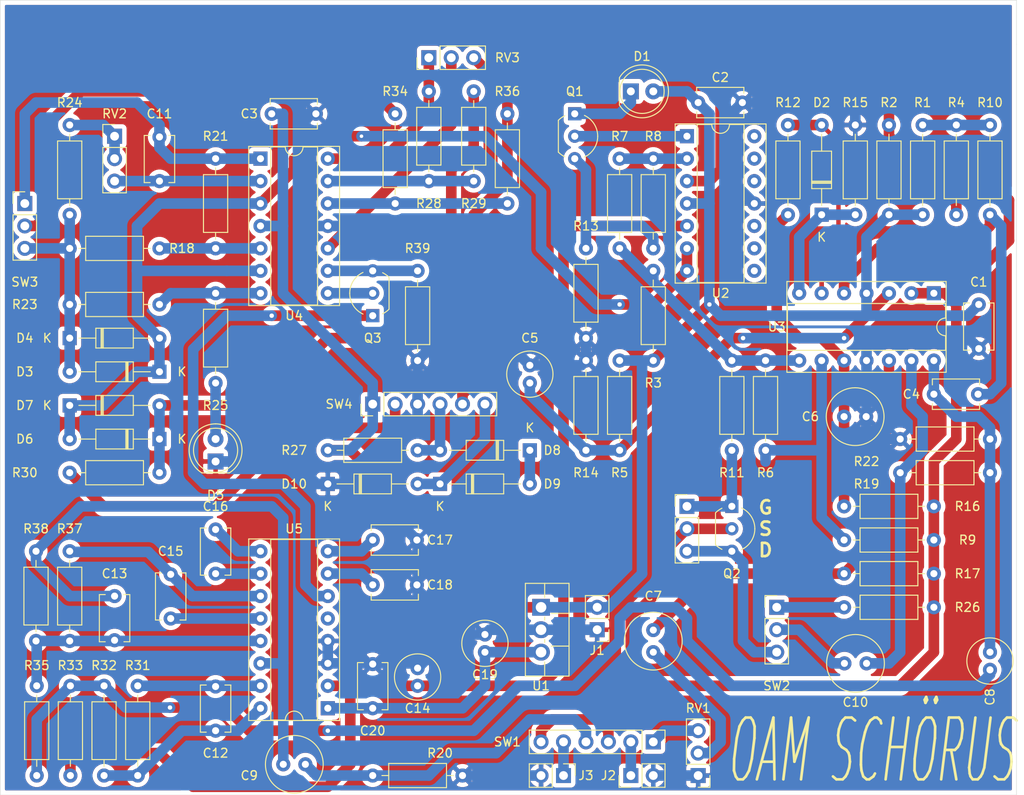
<source format=kicad_pcb>
(kicad_pcb (version 20171130) (host pcbnew "(5.1.12-1-10_14)")
  (layers (0 F.Cu signal) (31 B.Cu signal) (34 B.Paste user hide) (35 F.Paste user hide) (36 B.SilkS user) (37 F.SilkS user) (38 B.Mask user) (39 F.Mask user) (44 Edge.Cuts user))
  (net 0 "")
  (net 1 "Net-(D2-Pad2)")
  (net 2 "Net-(D2-Pad1)")
  (net 3 "Net-(D3-Pad2)")
  (net 4 /REF)
  (net 5 "Net-(D6-Pad1)")
  (net 6 "Net-(D8-Pad2)")
  (net 7 "Net-(D8-Pad1)")
  (net 8 "Net-(D10-Pad2)")
  (net 9 GND)
  (net 10 "Net-(D1-Pad1)")
  (net 11 "Net-(Q1-Pad3)")
  (net 12 "Net-(Q1-Pad2)")
  (net 13 /COMP_CV)
  (net 14 "Net-(C10-Pad2)")
  (net 15 VCOM)
  (net 16 "Net-(Q3-Pad1)")
  (net 17 "Net-(Q3-Pad3)")
  (net 18 "Net-(Q3-Pad2)")
  (net 19 +9V)
  (net 20 "Net-(R1-Pad1)")
  (net 21 "Net-(R11-Pad1)")
  (net 22 "Net-(C5-Pad1)")
  (net 23 "Net-(R6-Pad2)")
  (net 24 "Net-(R7-Pad1)")
  (net 25 "Net-(C4-Pad2)")
  (net 26 "Net-(C6-Pad1)")
  (net 27 "Net-(C7-Pad1)")
  (net 28 "Net-(C7-Pad2)")
  (net 29 /COMP_OUT)
  (net 30 "Net-(C10-Pad1)")
  (net 31 "Net-(C11-Pad2)")
  (net 32 "Net-(C9-Pad1)")
  (net 33 "Net-(D5-Pad2)")
  (net 34 "Net-(R28-Pad2)")
  (net 35 "Net-(R28-Pad1)")
  (net 36 "Net-(R30-Pad1)")
  (net 37 "Net-(C12-Pad1)")
  (net 38 "Net-(C12-Pad2)")
  (net 39 "Net-(C8-Pad2)")
  (net 40 "Net-(C14-Pad1)")
  (net 41 "Net-(R34-Pad2)")
  (net 42 "Net-(R34-Pad1)")
  (net 43 "Net-(C13-Pad2)")
  (net 44 "Net-(R36-Pad1)")
  (net 45 "Net-(C15-Pad2)")
  (net 46 "Net-(C13-Pad1)")
  (net 47 +5V)
  (net 48 "Net-(C11-Pad1)")
  (net 49 "Net-(C17-Pad1)")
  (net 50 "Net-(C18-Pad1)")
  (net 51 "Net-(U5-Pad5)")
  (net 52 "Net-(C15-Pad1)")
  (net 53 "Net-(C16-Pad1)")
  (net 54 "Net-(C16-Pad2)")
  (net 55 "Net-(RV1-Pad3)")
  (net 56 "Net-(RV3-Pad2)")
  (net 57 "Net-(SW1-Pad3)")
  (net 58 "Net-(J3-PadT)")
  (net 59 "Net-(J2-PadT)")
  (net 60 "Net-(Q2-Pad3)")
  (net 61 "Net-(R18-Pad2)")
  (net 62 "Net-(R23-Pad2)")
  (net 63 "Net-(R24-Pad1)")
  (net 64 "Net-(R26-Pad2)")
  (module Resistor_THT:R_Axial_DIN0207_L6.3mm_D2.5mm_P10.16mm_Horizontal (layer F.Cu) (at 62.23 60.96 180)
    (fp_text reference R27 (at 13.97 0) (layer F.SilkS))
    (fp_text value 4.7kΩ)
    (pad 2 thru_hole oval (at 10.16 0 180) (size 1.6 1.6) (drill 0.8) (layers *.Cu *.Mask) (net 19 +9V))
    (pad 1 thru_hole circle (at 0 0 180) (size 1.6 1.6) (drill 0.8) (layers *.Cu *.Mask) (net 6 "Net-(D8-Pad2)"))
  )
  (module Diode_THT:D_DO-35_SOD27_P10.16mm_Horizontal (layer F.Cu) (at 74.93 60.96 180)
    (fp_text reference D8 (at -2.54 0) (layer F.SilkS))
    (fp_text value 1N4148)
    (fp_text user K (at 0 2.54) (layer F.SilkS))
    (pad 2 thru_hole oval (at 10.16 0 180) (size 1.6 1.6) (drill 0.8) (layers *.Cu *.Mask) (net 6 "Net-(D8-Pad2)"))
    (pad 1 thru_hole rect (at 0 0 180) (size 1.6 1.6) (drill 0.8) (layers *.Cu *.Mask) (net 7 "Net-(D8-Pad1)"))
  )
  (module Resistor_THT:R_Axial_DIN0207_L6.3mm_D2.5mm_P10.16mm_Horizontal (layer F.Cu) (at 59.69 22.86 270)
    (fp_text reference R34 (at -2.54 0 180) (layer F.SilkS))
    (fp_text value 1MΩ)
    (pad 2 thru_hole oval (at 10.16 0 270) (size 1.6 1.6) (drill 0.8) (layers *.Cu *.Mask) (net 41 "Net-(R34-Pad2)"))
    (pad 1 thru_hole circle (at 0 0 270) (size 1.6 1.6) (drill 0.8) (layers *.Cu *.Mask) (net 42 "Net-(R34-Pad1)"))
  )
  (module Connector_PinHeader_2.54mm:PinHeader_1x03_P2.54mm_Vertical (layer F.Cu) (at 92.71 67.31)
    (fp_text reference REF** hide)
    (fp_text value PinHeader_1x03_P2.54mm_Vertical)
    (pad 3 thru_hole oval (at 0 5.08) (size 1.7 1.7) (drill 1) (layers *.Cu *.Mask) (net 60 "Net-(Q2-Pad3)"))
    (pad 2 thru_hole oval (at 0 2.54) (size 1.7 1.7) (drill 1) (layers *.Cu *.Mask) (net 15 VCOM))
    (pad 1 thru_hole rect (at 0 0) (size 1.7 1.7) (drill 1) (layers *.Cu *.Mask) (net 13 /COMP_CV))
  )
  (module Connector_PinHeader_2.54mm:PinHeader_1x06_P2.54mm_Vertical (layer F.Cu) (at 57.15 55.73 90)
    (fp_text reference SW4 (at 0 -3.81 180) (layer F.SilkS))
    (fp_text value DPDT)
    (pad 6 thru_hole oval (at 0 12.7 90) (size 1.7 1.7) (drill 1) (layers *.Cu *.Mask) (net 8 "Net-(D10-Pad2)"))
    (pad 5 thru_hole oval (at 0 10.16 90) (size 1.7 1.7) (drill 1) (layers *.Cu *.Mask) (net 44 "Net-(R36-Pad1)"))
    (pad 4 thru_hole oval (at 0 7.62 90) (size 1.7 1.7) (drill 1) (layers *.Cu *.Mask) (net 6 "Net-(D8-Pad2)"))
    (pad 3 thru_hole oval (at 0 5.08 90) (size 1.7 1.7) (drill 1) (layers *.Cu *.Mask) (net 9 GND))
    (pad 2 thru_hole oval (at 0 2.54 90) (size 1.7 1.7) (drill 1) (layers *.Cu *.Mask) (net 36 "Net-(R30-Pad1)"))
    (pad 1 thru_hole rect (at 0 0 90) (size 1.7 1.7) (drill 1) (layers *.Cu *.Mask) (net 19 +9V))
  )
  (module Connector_PinHeader_2.54mm:PinHeader_1x06_P2.54mm_Vertical (layer F.Cu) (at 88.9 93.98 270)
    (fp_text reference SW1 (at 0 16.51 180) (layer F.SilkS))
    (fp_text value 3PDT)
    (pad 6 thru_hole oval (at 0 12.7 270) (size 1.7 1.7) (drill 1) (layers *.Cu *.Mask) (net 57 "Net-(SW1-Pad3)"))
    (pad 5 thru_hole oval (at 0 10.16 270) (size 1.7 1.7) (drill 1) (layers *.Cu *.Mask) (net 58 "Net-(J3-PadT)"))
    (pad 4 thru_hole oval (at 0 7.62 270) (size 1.7 1.7) (drill 1) (layers *.Cu *.Mask) (net 32 "Net-(C9-Pad1)"))
    (pad 3 thru_hole oval (at 0 5.08 270) (size 1.7 1.7) (drill 1) (layers *.Cu *.Mask) (net 57 "Net-(SW1-Pad3)"))
    (pad 2 thru_hole oval (at 0 2.54 270) (size 1.7 1.7) (drill 1) (layers *.Cu *.Mask) (net 59 "Net-(J2-PadT)"))
    (pad 1 thru_hole rect (at 0 0 270) (size 1.7 1.7) (drill 1) (layers *.Cu *.Mask) (net 55 "Net-(RV1-Pad3)"))
  )
  (module Connector_PinHeader_2.54mm:PinHeader_1x02_P2.54mm_Vertical_Jack (layer F.Cu) (at 78.74 97.79 270)
    (fp_text reference J3 (at 0 -2.54 180) (layer F.SilkS))
    (fp_text value "1/4 inch jack")
    (pad S thru_hole oval (at 0 2.54 270) (size 1.7 1.7) (drill 1) (layers *.Cu *.Mask) (net 9 GND))
    (pad T thru_hole rect (at 0 0 270) (size 1.7 1.7) (drill 1) (layers *.Cu *.Mask) (net 58 "Net-(J3-PadT)"))
  )
  (module Connector_PinHeader_2.54mm:PinHeader_1x02_P2.54mm_Vertical_Jack (layer F.Cu) (at 86.36 97.79 90)
    (fp_text reference J2 (at 0 -2.54) (layer F.SilkS))
    (fp_text value "1/4 inch jack")
    (pad S thru_hole oval (at 0 2.54 90) (size 1.7 1.7) (drill 1) (layers *.Cu *.Mask) (net 9 GND))
    (pad T thru_hole rect (at 0 0 90) (size 1.7 1.7) (drill 1) (layers *.Cu *.Mask) (net 59 "Net-(J2-PadT)"))
  )
  (module Connector_PinHeader_2.54mm:PinHeader_1x03_P2.54mm_Vertical (layer F.Cu) (at 102.87 78.74)
    (fp_text reference SW2 (at 0 8.89) (layer F.SilkS))
    (fp_text value SPDT)
    (pad 3 thru_hole oval (at 0 5.08) (size 1.7 1.7) (drill 1) (layers *.Cu *.Mask) (net 60 "Net-(Q2-Pad3)"))
    (pad 2 thru_hole oval (at 0 2.54) (size 1.7 1.7) (drill 1) (layers *.Cu *.Mask) (net 14 "Net-(C10-Pad2)"))
    (pad 1 thru_hole rect (at 0 0) (size 1.7 1.7) (drill 1) (layers *.Cu *.Mask) (net 64 "Net-(R26-Pad2)"))
  )
  (module Resistor_THT:R_Axial_DIN0207_L6.3mm_D2.5mm_P10.16mm_Horizontal (layer F.Cu) (at 120.65 78.74 180)
    (fp_text reference R26 (at -3.81 0) (layer F.SilkS))
    (fp_text value 1kΩ)
    (pad 2 thru_hole oval (at 10.16 0 180) (size 1.6 1.6) (drill 0.8) (layers *.Cu *.Mask) (net 64 "Net-(R26-Pad2)"))
    (pad 1 thru_hole circle (at 0 0 180) (size 1.6 1.6) (drill 0.8) (layers *.Cu *.Mask) (net 15 VCOM))
  )
  (module Connector_PinHeader_2.54mm:PinHeader_1x03_P2.54mm_Vertical (layer F.Cu) (at 17.78 33.02)
    (fp_text reference SW3 (at 0 8.89) (layer F.SilkS))
    (fp_text value SPDT)
    (pad 3 thru_hole oval (at 0 5.08) (size 1.7 1.7) (drill 1) (layers *.Cu *.Mask) (net 3 "Net-(D3-Pad2)"))
    (pad 2 thru_hole oval (at 0 2.54) (size 1.7 1.7) (drill 1) (layers *.Cu *.Mask) (net 42 "Net-(R34-Pad1)"))
    (pad 1 thru_hole rect (at 0 0) (size 1.7 1.7) (drill 1) (layers *.Cu *.Mask) (net 31 "Net-(C11-Pad2)"))
  )
  (module Connector_PinHeader_2.54mm:PinHeader_1x03_P2.54mm_Vertical (layer F.Cu) (at 63.5 16.51 90)
    (fp_text reference RV3 (at 0 8.89 180) (layer F.SilkS))
    (fp_text value 500kΩ)
    (pad 3 thru_hole oval (at 0 5.08 90) (size 1.7 1.7) (drill 1) (layers *.Cu *.Mask) (net 44 "Net-(R36-Pad1)"))
    (pad 2 thru_hole oval (at 0 2.54 90) (size 1.7 1.7) (drill 1) (layers *.Cu *.Mask) (net 56 "Net-(RV3-Pad2)"))
    (pad 1 thru_hole rect (at 0 0 90) (size 1.7 1.7) (drill 1) (layers *.Cu *.Mask) (net 34 "Net-(R28-Pad2)"))
  )
  (module Connector_PinHeader_2.54mm:PinHeader_1x03_P2.54mm_Vertical (layer F.Cu) (at 27.94 25.4)
    (fp_text reference RV2 (at 0 -2.54) (layer F.SilkS))
    (fp_text value A500kΩ)
    (pad 3 thru_hole oval (at 0 5.08) (size 1.7 1.7) (drill 1) (layers *.Cu *.Mask) (net 48 "Net-(C11-Pad1)"))
    (pad 2 thru_hole oval (at 0 2.54) (size 1.7 1.7) (drill 1) (layers *.Cu *.Mask) (net 63 "Net-(R24-Pad1)"))
    (pad 1 thru_hole rect (at 0 0) (size 1.7 1.7) (drill 1) (layers *.Cu *.Mask) (net 63 "Net-(R24-Pad1)"))
  )
  (module Connector_PinHeader_2.54mm:PinHeader_1x03_P2.54mm_Vertical (layer F.Cu) (at 93.98 97.79 180)
    (fp_text reference RV1 (at 0 7.62) (layer F.SilkS))
    (fp_text value A500kΩ)
    (pad 3 thru_hole oval (at 0 5.08 180) (size 1.7 1.7) (drill 1) (layers *.Cu *.Mask) (net 55 "Net-(RV1-Pad3)"))
    (pad 2 thru_hole oval (at 0 2.54 180) (size 1.7 1.7) (drill 1) (layers *.Cu *.Mask) (net 27 "Net-(C7-Pad1)"))
    (pad 1 thru_hole rect (at 0 0 180) (size 1.7 1.7) (drill 1) (layers *.Cu *.Mask) (net 9 GND))
  )
  (module Connector_PinHeader_2.54mm:PinHeader_1x02_P2.54mm_Vertical (layer F.Cu) (at 82.55 81.28 180)
    (fp_text reference J1 (at 0 -2.33) (layer F.SilkS))
    (fp_text value "Coaxial connector 2.1mm")
    (pad 2 thru_hole oval (at 0 2.54 180) (size 1.7 1.7) (drill 1) (layers *.Cu *.Mask) (net 19 +9V))
    (pad 1 thru_hole rect (at 0 0 180) (size 1.7 1.7) (drill 1) (layers *.Cu *.Mask) (net 9 GND))
  )
  (module LED_THT:LED_D5.0mm (layer F.Cu) (at 39.37 62.23 90)
    (fp_text reference D5 (at -3.81 0 180) (layer F.SilkS))
    (fp_text value LED)
    (pad 2 thru_hole circle (at 2.54 0 90) (size 1.8 1.8) (drill 0.9) (layers *.Cu *.Mask) (net 33 "Net-(D5-Pad2)"))
    (pad 1 thru_hole rect (at 0 0 90) (size 1.8 1.8) (drill 0.9) (layers *.Cu *.Mask) (net 9 GND))
  )
  (module LED_THT:LED_D5.0mm (layer F.Cu) (at 86.36 20.32)
    (fp_text reference D1 (at 1.27 -3.96) (layer F.SilkS))
    (fp_text value LED)
    (pad 2 thru_hole circle (at 2.54 0) (size 1.8 1.8) (drill 0.9) (layers *.Cu *.Mask) (net 19 +9V))
    (pad 1 thru_hole rect (at 0 0) (size 1.8 1.8) (drill 0.9) (layers *.Cu *.Mask) (net 10 "Net-(D1-Pad1)"))
  )
  (module Capacitor_THT:C_Disc_D5.1mm_W3.2mm_P5.00mm (layer F.Cu) (at 57.15 90.17 90)
    (fp_text reference C20 (at -2.54 0 180) (layer F.SilkS))
    (fp_text value 100nF)
    (pad 2 thru_hole circle (at 5 0 90) (size 1.6 1.6) (drill 0.8) (layers *.Cu *.Mask) (net 9 GND))
    (pad 1 thru_hole circle (at 0 0 90) (size 1.6 1.6) (drill 0.8) (layers *.Cu *.Mask) (net 47 +5V))
  )
  (module Capacitor_THT:C_Radial_D5.0mm_H11.0mm_P2.00mm (layer F.Cu) (at 69.85 83.82 90)
    (fp_text reference C19 (at -2.54 0 180) (layer F.SilkS))
    (fp_text value 100µF)
    (pad 2 thru_hole circle (at 2 0 90) (size 1.6 1.6) (drill 0.8) (layers *.Cu *.Mask) (net 9 GND))
    (pad 1 thru_hole circle (at 0 0 90) (size 1.6 1.6) (drill 0.8) (layers *.Cu *.Mask) (net 47 +5V))
  )
  (module Capacitor_THT:C_Disc_D5.1mm_W3.2mm_P5.00mm (layer F.Cu) (at 57.15 76.2)
    (fp_text reference C18 (at 7.62 0) (layer F.SilkS))
    (fp_text value 100nF)
    (pad 2 thru_hole circle (at 5 0) (size 1.6 1.6) (drill 0.8) (layers *.Cu *.Mask) (net 9 GND))
    (pad 1 thru_hole circle (at 0 0) (size 1.6 1.6) (drill 0.8) (layers *.Cu *.Mask) (net 50 "Net-(C18-Pad1)"))
  )
  (module Capacitor_THT:C_Disc_D5.1mm_W3.2mm_P5.00mm (layer F.Cu) (at 57.15 71.12)
    (fp_text reference C17 (at 7.62 0) (layer F.SilkS))
    (fp_text value 100nF)
    (pad 2 thru_hole circle (at 5 0) (size 1.6 1.6) (drill 0.8) (layers *.Cu *.Mask) (net 9 GND))
    (pad 1 thru_hole circle (at 0 0) (size 1.6 1.6) (drill 0.8) (layers *.Cu *.Mask) (net 49 "Net-(C17-Pad1)"))
  )
  (module Capacitor_THT:C_Disc_D5.1mm_W3.2mm_P5.00mm (layer F.Cu) (at 39.37 74.93 90)
    (fp_text reference C16 (at 7.62 0 180) (layer F.SilkS))
    (fp_text value 10nF)
    (pad 2 thru_hole circle (at 5 0 90) (size 1.6 1.6) (drill 0.8) (layers *.Cu *.Mask) (net 54 "Net-(C16-Pad2)"))
    (pad 1 thru_hole circle (at 0 0 90) (size 1.6 1.6) (drill 0.8) (layers *.Cu *.Mask) (net 53 "Net-(C16-Pad1)"))
  )
  (module Capacitor_THT:C_Disc_D5.1mm_W3.2mm_P5.00mm (layer F.Cu) (at 34.29 80.01 90)
    (fp_text reference C15 (at 7.62 0 180) (layer F.SilkS))
    (fp_text value 10nF)
    (pad 2 thru_hole circle (at 5 0 90) (size 1.6 1.6) (drill 0.8) (layers *.Cu *.Mask) (net 45 "Net-(C15-Pad2)"))
    (pad 1 thru_hole circle (at 0 0 90) (size 1.6 1.6) (drill 0.8) (layers *.Cu *.Mask) (net 52 "Net-(C15-Pad1)"))
  )
  (module Capacitor_THT:C_Radial_D5.0mm_H11.0mm_P2.00mm (layer F.Cu) (at 62.23 87.63 90)
    (fp_text reference C14 (at -2.54 0 180) (layer F.SilkS))
    (fp_text value 47µF)
    (pad 2 thru_hole circle (at 2 0 90) (size 1.6 1.6) (drill 0.8) (layers *.Cu *.Mask) (net 9 GND))
    (pad 1 thru_hole circle (at 0 0 90) (size 1.6 1.6) (drill 0.8) (layers *.Cu *.Mask) (net 40 "Net-(C14-Pad1)"))
  )
  (module Capacitor_THT:C_Disc_D5.1mm_W3.2mm_P5.00mm (layer F.Cu) (at 27.94 77.47 270)
    (fp_text reference C13 (at -2.54 0 180) (layer F.SilkS))
    (fp_text value 680pF)
    (pad 2 thru_hole circle (at 5 0 270) (size 1.6 1.6) (drill 0.8) (layers *.Cu *.Mask) (net 43 "Net-(C13-Pad2)"))
    (pad 1 thru_hole circle (at 0 0 270) (size 1.6 1.6) (drill 0.8) (layers *.Cu *.Mask) (net 46 "Net-(C13-Pad1)"))
  )
  (module Capacitor_THT:C_Disc_D5.1mm_W3.2mm_P5.00mm (layer F.Cu) (at 39.37 92.71 90)
    (fp_text reference C12 (at -2.54 0 180) (layer F.SilkS))
    (fp_text value 680pF)
    (pad 2 thru_hole circle (at 5 0 90) (size 1.6 1.6) (drill 0.8) (layers *.Cu *.Mask) (net 38 "Net-(C12-Pad2)"))
    (pad 1 thru_hole circle (at 0 0 90) (size 1.6 1.6) (drill 0.8) (layers *.Cu *.Mask) (net 37 "Net-(C12-Pad1)"))
  )
  (module Capacitor_THT:C_Disc_D5.1mm_W3.2mm_P5.00mm (layer F.Cu) (at 33.02 30.48 90)
    (fp_text reference C11 (at 7.62 0 180) (layer F.SilkS))
    (fp_text value 100nF)
    (pad 2 thru_hole circle (at 5 0 90) (size 1.6 1.6) (drill 0.8) (layers *.Cu *.Mask) (net 31 "Net-(C11-Pad2)"))
    (pad 1 thru_hole circle (at 0 0 90) (size 1.6 1.6) (drill 0.8) (layers *.Cu *.Mask) (net 48 "Net-(C11-Pad1)"))
  )
  (module Capacitor_THT:C_Radial_D6.3mm_H11.0mm_P2.50mm (layer F.Cu) (at 113.03 85.09 180)
    (fp_text reference C10 (at 1.25 -4.4) (layer F.SilkS))
    (fp_text value 1µF)
    (pad 2 thru_hole circle (at 2.5 0 180) (size 1.6 1.6) (drill 0.8) (layers *.Cu *.Mask) (net 14 "Net-(C10-Pad2)"))
    (pad 1 thru_hole circle (at 0 0 180) (size 1.6 1.6) (drill 0.8) (layers *.Cu *.Mask) (net 30 "Net-(C10-Pad1)"))
  )
  (module Capacitor_THT:C_Radial_D6.3mm_H11.0mm_P2.50mm (layer F.Cu) (at 49.53 96.52 180)
    (fp_text reference C9 (at 6.35 -1.27) (layer F.SilkS))
    (fp_text value 1µF)
    (pad 2 thru_hole circle (at 2.5 0 180) (size 1.6 1.6) (drill 0.8) (layers *.Cu *.Mask) (net 46 "Net-(C13-Pad1)"))
    (pad 1 thru_hole circle (at 0 0 180) (size 1.6 1.6) (drill 0.8) (layers *.Cu *.Mask) (net 32 "Net-(C9-Pad1)"))
  )
  (module Capacitor_THT:C_Radial_D5.0mm_H11.0mm_P2.00mm (layer F.Cu) (at 127 83.82 270)
    (fp_text reference C8 (at 5.08 0 90) (layer F.SilkS))
    (fp_text value 10µF)
    (pad 2 thru_hole circle (at 2 0 270) (size 1.6 1.6) (drill 0.8) (layers *.Cu *.Mask) (net 39 "Net-(C8-Pad2)"))
    (pad 1 thru_hole circle (at 0 0 270) (size 1.6 1.6) (drill 0.8) (layers *.Cu *.Mask) (net 29 /COMP_OUT))
  )
  (module Capacitor_THT:C_Radial_D6.3mm_H11.0mm_P2.50mm (layer F.Cu) (at 88.9 83.82 90)
    (fp_text reference C7 (at 6.35 0 180) (layer F.SilkS))
    (fp_text value 1µF)
    (pad 2 thru_hole circle (at 2.5 0 90) (size 1.6 1.6) (drill 0.8) (layers *.Cu *.Mask) (net 28 "Net-(C7-Pad2)"))
    (pad 1 thru_hole circle (at 0 0 90) (size 1.6 1.6) (drill 0.8) (layers *.Cu *.Mask) (net 27 "Net-(C7-Pad1)"))
  )
  (module Capacitor_THT:C_Radial_D6.3mm_H11.0mm_P2.50mm (layer F.Cu) (at 110.49 57.15)
    (fp_text reference C6 (at -3.81 0) (layer F.SilkS))
    (fp_text value 1µF)
    (pad 2 thru_hole circle (at 2.5 0) (size 1.6 1.6) (drill 0.8) (layers *.Cu *.Mask) (net 9 GND))
    (pad 1 thru_hole circle (at 0 0) (size 1.6 1.6) (drill 0.8) (layers *.Cu *.Mask) (net 26 "Net-(C6-Pad1)"))
  )
  (module Capacitor_THT:C_Radial_D5.0mm_H11.0mm_P2.00mm (layer F.Cu) (at 74.93 53.34 90)
    (fp_text reference C5 (at 5.08 0 180) (layer F.SilkS))
    (fp_text value 10µF)
    (pad 2 thru_hole circle (at 2 0 90) (size 1.6 1.6) (drill 0.8) (layers *.Cu *.Mask) (net 9 GND))
    (pad 1 thru_hole circle (at 0 0 90) (size 1.6 1.6) (drill 0.8) (layers *.Cu *.Mask) (net 22 "Net-(C5-Pad1)"))
  )
  (module Capacitor_THT:C_Disc_D5.1mm_W3.2mm_P5.00mm (layer F.Cu) (at 120.65 54.61)
    (fp_text reference C4 (at -2.54 0) (layer F.SilkS))
    (fp_text value 100nF)
    (pad 2 thru_hole circle (at 5 0) (size 1.6 1.6) (drill 0.8) (layers *.Cu *.Mask) (net 25 "Net-(C4-Pad2)"))
    (pad 1 thru_hole circle (at 0 0) (size 1.6 1.6) (drill 0.8) (layers *.Cu *.Mask) (net 29 /COMP_OUT))
  )
  (module Capacitor_THT:C_Disc_D5.1mm_W3.2mm_P5.00mm (layer F.Cu) (at 45.72 22.86)
    (fp_text reference C3 (at -2.54 0) (layer F.SilkS))
    (fp_text value 100nF)
    (pad 2 thru_hole circle (at 5 0) (size 1.6 1.6) (drill 0.8) (layers *.Cu *.Mask) (net 9 GND))
    (pad 1 thru_hole circle (at 0 0) (size 1.6 1.6) (drill 0.8) (layers *.Cu *.Mask) (net 19 +9V))
  )
  (module Capacitor_THT:C_Disc_D5.1mm_W3.2mm_P5.00mm (layer F.Cu) (at 93.98 21.59)
    (fp_text reference C2 (at 2.5 -2.85) (layer F.SilkS))
    (fp_text value 100nF)
    (pad 2 thru_hole circle (at 5 0) (size 1.6 1.6) (drill 0.8) (layers *.Cu *.Mask) (net 9 GND))
    (pad 1 thru_hole circle (at 0 0) (size 1.6 1.6) (drill 0.8) (layers *.Cu *.Mask) (net 19 +9V))
  )
  (module Capacitor_THT:C_Disc_D5.1mm_W3.2mm_P5.00mm (layer F.Cu) (at 125.73 44.45 270)
    (fp_text reference C1 (at -2.54 0) (layer F.SilkS))
    (fp_text value 100nF)
    (pad 2 thru_hole circle (at 5 0 270) (size 1.6 1.6) (drill 0.8) (layers *.Cu *.Mask) (net 9 GND))
    (pad 1 thru_hole circle (at 0 0 270) (size 1.6 1.6) (drill 0.8) (layers *.Cu *.Mask) (net 19 +9V))
  )
  (module Package_TO_SOT_THT:TO-92_Inline_Wide (layer F.Cu) (at 57.15 45.72 90)
    (fp_text reference Q3 (at -2.54 0 180) (layer F.SilkS))
    (fp_text value BC548)
    (pad 1 thru_hole rect (at 0 0 90) (size 1.5 1.5) (drill 0.8) (layers *.Cu *.Mask) (net 16 "Net-(Q3-Pad1)"))
    (pad 3 thru_hole circle (at 5.08 0 90) (size 1.5 1.5) (drill 0.8) (layers *.Cu *.Mask) (net 17 "Net-(Q3-Pad3)"))
    (pad 2 thru_hole circle (at 2.54 0 90) (size 1.5 1.5) (drill 0.8) (layers *.Cu *.Mask) (net 18 "Net-(Q3-Pad2)"))
  )
  (module Package_TO_SOT_THT:TO-92_Inline_Wide (layer F.Cu) (at 97.79 67.31 270)
    (fp_text reference Q2 (at 7.62 0 180) (layer F.SilkS))
    (fp_text value BF245C)
    (pad 1 thru_hole rect (at 0 0 270) (size 1.5 1.5) (drill 0.8) (layers *.Cu *.Mask) (net 13 /COMP_CV))
    (pad 3 thru_hole circle (at 5.08 0 270) (size 1.5 1.5) (drill 0.8) (layers *.Cu *.Mask) (net 60 "Net-(Q2-Pad3)"))
    (pad 2 thru_hole circle (at 2.54 0 270) (size 1.5 1.5) (drill 0.8) (layers *.Cu *.Mask) (net 15 VCOM))
  )
  (module Package_TO_SOT_THT:TO-92_Inline_Wide (layer F.Cu) (at 80.01 22.86 270)
    (fp_text reference Q1 (at -2.54 0 180) (layer F.SilkS))
    (fp_text value BC548)
    (pad 1 thru_hole rect (at 0 0 270) (size 1.5 1.5) (drill 0.8) (layers *.Cu *.Mask) (net 10 "Net-(D1-Pad1)"))
    (pad 3 thru_hole circle (at 5.08 0 270) (size 1.5 1.5) (drill 0.8) (layers *.Cu *.Mask) (net 11 "Net-(Q1-Pad3)"))
    (pad 2 thru_hole circle (at 2.54 0 270) (size 1.5 1.5) (drill 0.8) (layers *.Cu *.Mask) (net 12 "Net-(Q1-Pad2)"))
  )
  (module Package_DIP:DIP-16_W7.62mm_Socket (layer F.Cu) (at 52.07 90.17 180)
    (fp_text reference U5 (at 3.81 20.32) (layer F.SilkS))
    (fp_text value PT2399)
    (pad 16 thru_hole oval (at 7.62 0 180) (size 1.6 1.6) (drill 0.8) (layers *.Cu *.Mask) (net 37 "Net-(C12-Pad1)"))
    (pad 8 thru_hole oval (at 0 17.78 180) (size 1.6 1.6) (drill 0.8) (layers *.Cu *.Mask) (net 49 "Net-(C17-Pad1)"))
    (pad 15 thru_hole oval (at 7.62 2.54 180) (size 1.6 1.6) (drill 0.8) (layers *.Cu *.Mask) (net 38 "Net-(C12-Pad2)"))
    (pad 7 thru_hole oval (at 0 15.24 180) (size 1.6 1.6) (drill 0.8) (layers *.Cu *.Mask) (net 50 "Net-(C18-Pad1)"))
    (pad 14 thru_hole oval (at 7.62 5.08 180) (size 1.6 1.6) (drill 0.8) (layers *.Cu *.Mask) (net 46 "Net-(C13-Pad1)"))
    (pad 6 thru_hole oval (at 0 12.7 180) (size 1.6 1.6) (drill 0.8) (layers *.Cu *.Mask) (net 16 "Net-(Q3-Pad1)"))
    (pad 13 thru_hole oval (at 7.62 7.62 180) (size 1.6 1.6) (drill 0.8) (layers *.Cu *.Mask) (net 43 "Net-(C13-Pad2)"))
    (pad 5 thru_hole oval (at 0 10.16 180) (size 1.6 1.6) (drill 0.8) (layers *.Cu *.Mask) (net 51 "Net-(U5-Pad5)"))
    (pad 12 thru_hole oval (at 7.62 10.16 180) (size 1.6 1.6) (drill 0.8) (layers *.Cu *.Mask) (net 52 "Net-(C15-Pad1)"))
    (pad 4 thru_hole oval (at 0 7.62 180) (size 1.6 1.6) (drill 0.8) (layers *.Cu *.Mask) (net 9 GND))
    (pad 11 thru_hole oval (at 7.62 12.7 180) (size 1.6 1.6) (drill 0.8) (layers *.Cu *.Mask) (net 45 "Net-(C15-Pad2)"))
    (pad 3 thru_hole oval (at 0 5.08 180) (size 1.6 1.6) (drill 0.8) (layers *.Cu *.Mask) (net 9 GND))
    (pad 10 thru_hole oval (at 7.62 15.24 180) (size 1.6 1.6) (drill 0.8) (layers *.Cu *.Mask) (net 53 "Net-(C16-Pad1)"))
    (pad 2 thru_hole oval (at 0 2.54 180) (size 1.6 1.6) (drill 0.8) (layers *.Cu *.Mask) (net 40 "Net-(C14-Pad1)"))
    (pad 9 thru_hole oval (at 7.62 17.78 180) (size 1.6 1.6) (drill 0.8) (layers *.Cu *.Mask) (net 54 "Net-(C16-Pad2)"))
    (pad 1 thru_hole rect (at 0 0 180) (size 1.6 1.6) (drill 0.8) (layers *.Cu *.Mask) (net 47 +5V))
  )
  (module Package_DIP:DIP-14_W7.62mm_Socket (layer F.Cu) (at 44.45 27.94)
    (fp_text reference U4 (at 3.81 17.78) (layer F.SilkS))
    (fp_text value LM324N)
    (pad 14 thru_hole oval (at 7.62 0) (size 1.6 1.6) (drill 0.8) (layers *.Cu *.Mask) (net 34 "Net-(R28-Pad2)"))
    (pad 7 thru_hole oval (at 0 15.24) (size 1.6 1.6) (drill 0.8) (layers *.Cu *.Mask) (net 62 "Net-(R23-Pad2)"))
    (pad 13 thru_hole oval (at 7.62 2.54) (size 1.6 1.6) (drill 0.8) (layers *.Cu *.Mask) (net 35 "Net-(R28-Pad1)"))
    (pad 6 thru_hole oval (at 0 12.7) (size 1.6 1.6) (drill 0.8) (layers *.Cu *.Mask) (net 4 /REF))
    (pad 12 thru_hole oval (at 7.62 5.08) (size 1.6 1.6) (drill 0.8) (layers *.Cu *.Mask) (net 41 "Net-(R34-Pad2)"))
    (pad 5 thru_hole oval (at 0 10.16) (size 1.6 1.6) (drill 0.8) (layers *.Cu *.Mask) (net 61 "Net-(R18-Pad2)"))
    (pad 11 thru_hole oval (at 7.62 7.62) (size 1.6 1.6) (drill 0.8) (layers *.Cu *.Mask) (net 9 GND))
    (pad 4 thru_hole oval (at 0 7.62) (size 1.6 1.6) (drill 0.8) (layers *.Cu *.Mask) (net 19 +9V))
    (pad 10 thru_hole oval (at 7.62 10.16) (size 1.6 1.6) (drill 0.8) (layers *.Cu *.Mask) (net 56 "Net-(RV3-Pad2)"))
    (pad 3 thru_hole oval (at 0 5.08) (size 1.6 1.6) (drill 0.8) (layers *.Cu *.Mask) (net 4 /REF))
    (pad 9 thru_hole oval (at 7.62 12.7) (size 1.6 1.6) (drill 0.8) (layers *.Cu *.Mask) (net 17 "Net-(Q3-Pad3)"))
    (pad 2 thru_hole oval (at 0 2.54) (size 1.6 1.6) (drill 0.8) (layers *.Cu *.Mask) (net 48 "Net-(C11-Pad1)"))
    (pad 8 thru_hole oval (at 7.62 15.24) (size 1.6 1.6) (drill 0.8) (layers *.Cu *.Mask) (net 18 "Net-(Q3-Pad2)"))
    (pad 1 thru_hole rect (at 0 0) (size 1.6 1.6) (drill 0.8) (layers *.Cu *.Mask) (net 31 "Net-(C11-Pad2)"))
  )
  (module Package_DIP:DIP-14_W7.62mm_Socket (layer F.Cu) (at 120.65 43.18 270)
    (fp_text reference U3 (at 3.81 17.78 180) (layer F.SilkS))
    (fp_text value LM324N)
    (pad 14 thru_hole oval (at 7.62 0 270) (size 1.6 1.6) (drill 0.8) (layers *.Cu *.Mask) (net 29 /COMP_OUT))
    (pad 7 thru_hole oval (at 0 15.24 270) (size 1.6 1.6) (drill 0.8) (layers *.Cu *.Mask) (net 2 "Net-(D2-Pad1)"))
    (pad 13 thru_hole oval (at 7.62 2.54 270) (size 1.6 1.6) (drill 0.8) (layers *.Cu *.Mask) (net 30 "Net-(C10-Pad1)"))
    (pad 6 thru_hole oval (at 0 12.7 270) (size 1.6 1.6) (drill 0.8) (layers *.Cu *.Mask) (net 1 "Net-(D2-Pad2)"))
    (pad 12 thru_hole oval (at 7.62 5.08 270) (size 1.6 1.6) (drill 0.8) (layers *.Cu *.Mask) (net 28 "Net-(C7-Pad2)"))
    (pad 5 thru_hole oval (at 0 10.16 270) (size 1.6 1.6) (drill 0.8) (layers *.Cu *.Mask) (net 25 "Net-(C4-Pad2)"))
    (pad 11 thru_hole oval (at 7.62 7.62 270) (size 1.6 1.6) (drill 0.8) (layers *.Cu *.Mask) (net 9 GND))
    (pad 4 thru_hole oval (at 0 7.62 270) (size 1.6 1.6) (drill 0.8) (layers *.Cu *.Mask) (net 19 +9V))
    (pad 10 thru_hole oval (at 7.62 10.16 270) (size 1.6 1.6) (drill 0.8) (layers *.Cu *.Mask) (net 26 "Net-(C6-Pad1)"))
    (pad 3 thru_hole oval (at 0 5.08 270) (size 1.6 1.6) (drill 0.8) (layers *.Cu *.Mask) (net 22 "Net-(C5-Pad1)"))
    (pad 9 thru_hole oval (at 7.62 12.7 270) (size 1.6 1.6) (drill 0.8) (layers *.Cu *.Mask) (net 23 "Net-(R6-Pad2)"))
    (pad 2 thru_hole oval (at 0 2.54 270) (size 1.6 1.6) (drill 0.8) (layers *.Cu *.Mask) (net 15 VCOM))
    (pad 8 thru_hole oval (at 7.62 15.24 270) (size 1.6 1.6) (drill 0.8) (layers *.Cu *.Mask) (net 21 "Net-(R11-Pad1)"))
    (pad 1 thru_hole rect (at 0 0 270) (size 1.6 1.6) (drill 0.8) (layers *.Cu *.Mask) (net 15 VCOM))
  )
  (module Package_DIP:DIP-14_W7.62mm_Socket (layer F.Cu) (at 92.71 25.4)
    (fp_text reference U2 (at 3.81 17.78) (layer F.SilkS))
    (fp_text value LM324N)
    (pad 14 thru_hole oval (at 7.62 0) (size 1.6 1.6) (drill 0.8) (layers *.Cu *.Mask))
    (pad 7 thru_hole oval (at 0 15.24) (size 1.6 1.6) (drill 0.8) (layers *.Cu *.Mask) (net 4 /REF))
    (pad 13 thru_hole oval (at 7.62 2.54) (size 1.6 1.6) (drill 0.8) (layers *.Cu *.Mask))
    (pad 6 thru_hole oval (at 0 12.7) (size 1.6 1.6) (drill 0.8) (layers *.Cu *.Mask) (net 4 /REF))
    (pad 12 thru_hole oval (at 7.62 5.08) (size 1.6 1.6) (drill 0.8) (layers *.Cu *.Mask))
    (pad 5 thru_hole oval (at 0 10.16) (size 1.6 1.6) (drill 0.8) (layers *.Cu *.Mask) (net 40 "Net-(C14-Pad1)"))
    (pad 11 thru_hole oval (at 7.62 7.62) (size 1.6 1.6) (drill 0.8) (layers *.Cu *.Mask) (net 9 GND))
    (pad 4 thru_hole oval (at 0 7.62) (size 1.6 1.6) (drill 0.8) (layers *.Cu *.Mask) (net 19 +9V))
    (pad 10 thru_hole oval (at 7.62 10.16) (size 1.6 1.6) (drill 0.8) (layers *.Cu *.Mask))
    (pad 3 thru_hole oval (at 0 5.08) (size 1.6 1.6) (drill 0.8) (layers *.Cu *.Mask) (net 15 VCOM))
    (pad 9 thru_hole oval (at 7.62 12.7) (size 1.6 1.6) (drill 0.8) (layers *.Cu *.Mask))
    (pad 2 thru_hole oval (at 0 2.54) (size 1.6 1.6) (drill 0.8) (layers *.Cu *.Mask) (net 24 "Net-(R7-Pad1)"))
    (pad 8 thru_hole oval (at 7.62 15.24) (size 1.6 1.6) (drill 0.8) (layers *.Cu *.Mask))
    (pad 1 thru_hole rect (at 0 0) (size 1.6 1.6) (drill 0.8) (layers *.Cu *.Mask) (net 12 "Net-(Q1-Pad2)"))
  )
  (module Package_TO_SOT_THT:TO-220F-3_Vertical (layer F.Cu) (at 76.2 78.74 270)
    (fp_text reference U1 (at 8.89 0 180) (layer F.SilkS))
    (fp_text value LM7805)
    (pad 3 thru_hole oval (at 5.08 0 270) (size 1.905 2) (drill 1.2) (layers *.Cu *.Mask) (net 47 +5V))
    (pad 2 thru_hole oval (at 2.54 0 270) (size 1.905 2) (drill 1.2) (layers *.Cu *.Mask) (net 9 GND))
    (pad 1 thru_hole rect (at 0 0 270) (size 1.905 2) (drill 1.2) (layers *.Cu *.Mask) (net 19 +9V))
  )
  (module Resistor_THT:R_Axial_DIN0207_L6.3mm_D2.5mm_P10.16mm_Horizontal (layer F.Cu) (at 62.23 50.8 90)
    (fp_text reference R39 (at 12.7 0 180) (layer F.SilkS))
    (fp_text value 1kΩ)
    (pad 2 thru_hole oval (at 10.16 0 90) (size 1.6 1.6) (drill 0.8) (layers *.Cu *.Mask) (net 17 "Net-(Q3-Pad3)"))
    (pad 1 thru_hole circle (at 0 0 90) (size 1.6 1.6) (drill 0.8) (layers *.Cu *.Mask) (net 9 GND))
  )
  (module Resistor_THT:R_Axial_DIN0207_L6.3mm_D2.5mm_P10.16mm_Horizontal (layer F.Cu) (at 19.05 82.55 90)
    (fp_text reference R38 (at 12.7 0 180) (layer F.SilkS))
    (fp_text value 10k)
    (pad 2 thru_hole oval (at 10.16 0 90) (size 1.6 1.6) (drill 0.8) (layers *.Cu *.Mask) (net 46 "Net-(C13-Pad1)"))
    (pad 1 thru_hole circle (at 0 0 90) (size 1.6 1.6) (drill 0.8) (layers *.Cu *.Mask) (net 43 "Net-(C13-Pad2)"))
  )
  (module Resistor_THT:R_Axial_DIN0207_L6.3mm_D2.5mm_P10.16mm_Horizontal (layer F.Cu) (at 22.86 72.39 270)
    (fp_text reference R37 (at -2.54 0 180) (layer F.SilkS))
    (fp_text value 10kΩ)
    (pad 2 thru_hole oval (at 10.16 0 270) (size 1.6 1.6) (drill 0.8) (layers *.Cu *.Mask) (net 43 "Net-(C13-Pad2)"))
    (pad 1 thru_hole circle (at 0 0 270) (size 1.6 1.6) (drill 0.8) (layers *.Cu *.Mask) (net 45 "Net-(C15-Pad2)"))
  )
  (module Resistor_THT:R_Axial_DIN0207_L6.3mm_D2.5mm_P10.16mm_Horizontal (layer F.Cu) (at 72.39 22.86 270)
    (fp_text reference R36 (at -2.54 0 180) (layer F.SilkS))
    (fp_text value 1MΩ)
    (pad 2 thru_hole oval (at 10.16 0 270) (size 1.6 1.6) (drill 0.8) (layers *.Cu *.Mask) (net 41 "Net-(R34-Pad2)"))
    (pad 1 thru_hole circle (at 0 0 270) (size 1.6 1.6) (drill 0.8) (layers *.Cu *.Mask) (net 44 "Net-(R36-Pad1)"))
  )
  (module Resistor_THT:R_Axial_DIN0207_L6.3mm_D2.5mm_P10.16mm_Horizontal (layer F.Cu) (at 19.13 97.79 90)
    (fp_text reference R35 (at 12.46 0 180) (layer F.SilkS))
    (fp_text value 15kΩ)
    (pad 2 thru_hole oval (at 10.16 0 90) (size 1.6 1.6) (drill 0.8) (layers *.Cu *.Mask) (net 43 "Net-(C13-Pad2)"))
    (pad 1 thru_hole circle (at 0 0 90) (size 1.6 1.6) (drill 0.8) (layers *.Cu *.Mask) (net 39 "Net-(C8-Pad2)"))
  )
  (module Resistor_THT:R_Axial_DIN0207_L6.3mm_D2.5mm_P10.16mm_Horizontal (layer F.Cu) (at 22.94 97.79 90)
    (fp_text reference R33 (at 12.46 0 180) (layer F.SilkS))
    (fp_text value 1MΩ)
    (pad 2 thru_hole oval (at 10.16 0 90) (size 1.6 1.6) (drill 0.8) (layers *.Cu *.Mask) (net 39 "Net-(C8-Pad2)"))
    (pad 1 thru_hole circle (at 0 0 90) (size 1.6 1.6) (drill 0.8) (layers *.Cu *.Mask) (net 40 "Net-(C14-Pad1)"))
  )
  (module Resistor_THT:R_Axial_DIN0207_L6.3mm_D2.5mm_P10.16mm_Horizontal (layer F.Cu) (at 26.75 97.79 90)
    (fp_text reference R32 (at 12.46 0 180) (layer F.SilkS))
    (fp_text value 15kΩ)
    (pad 2 thru_hole oval (at 10.16 0 90) (size 1.6 1.6) (drill 0.8) (layers *.Cu *.Mask) (net 39 "Net-(C8-Pad2)"))
    (pad 1 thru_hole circle (at 0 0 90) (size 1.6 1.6) (drill 0.8) (layers *.Cu *.Mask) (net 37 "Net-(C12-Pad1)"))
  )
  (module Resistor_THT:R_Axial_DIN0207_L6.3mm_D2.5mm_P10.16mm_Horizontal (layer F.Cu) (at 30.56 87.63 270)
    (fp_text reference R31 (at -2.3 0 180) (layer F.SilkS))
    (fp_text value 10kΩ)
    (pad 2 thru_hole oval (at 10.16 0 270) (size 1.6 1.6) (drill 0.8) (layers *.Cu *.Mask) (net 37 "Net-(C12-Pad1)"))
    (pad 1 thru_hole circle (at 0 0 270) (size 1.6 1.6) (drill 0.8) (layers *.Cu *.Mask) (net 38 "Net-(C12-Pad2)"))
  )
  (module Resistor_THT:R_Axial_DIN0207_L6.3mm_D2.5mm_P10.16mm_Horizontal (layer F.Cu) (at 22.86 63.5)
    (fp_text reference R30 (at -5.08 0 180) (layer F.SilkS))
    (fp_text value 1kΩ)
    (pad 2 thru_hole oval (at 10.16 0) (size 1.6 1.6) (drill 0.8) (layers *.Cu *.Mask) (net 5 "Net-(D6-Pad1)"))
    (pad 1 thru_hole circle (at 0 0) (size 1.6 1.6) (drill 0.8) (layers *.Cu *.Mask) (net 36 "Net-(R30-Pad1)"))
  )
  (module Resistor_THT:R_Axial_DIN0207_L6.3mm_D2.5mm_P10.16mm_Horizontal (layer F.Cu) (at 68.58 20.32 270)
    (fp_text reference R29 (at 12.7 0) (layer F.SilkS))
    (fp_text value 1MΩ)
    (pad 2 thru_hole oval (at 10.16 0 270) (size 1.6 1.6) (drill 0.8) (layers *.Cu *.Mask) (net 35 "Net-(R28-Pad1)"))
    (pad 1 thru_hole circle (at 0 0 270) (size 1.6 1.6) (drill 0.8) (layers *.Cu *.Mask) (net 5 "Net-(D6-Pad1)"))
  )
  (module Resistor_THT:R_Axial_DIN0207_L6.3mm_D2.5mm_P10.16mm_Horizontal (layer F.Cu) (at 63.5 30.48 90)
    (fp_text reference R28 (at -2.54 0) (layer F.SilkS))
    (fp_text value 1MΩ)
    (pad 2 thru_hole oval (at 10.16 0 90) (size 1.6 1.6) (drill 0.8) (layers *.Cu *.Mask) (net 34 "Net-(R28-Pad2)"))
    (pad 1 thru_hole circle (at 0 0 90) (size 1.6 1.6) (drill 0.8) (layers *.Cu *.Mask) (net 35 "Net-(R28-Pad1)"))
  )
  (module Resistor_THT:R_Axial_DIN0207_L6.3mm_D2.5mm_P10.16mm_Horizontal (layer F.Cu) (at 39.37 53.34 90)
    (fp_text reference R25 (at -2.54 0 180) (layer F.SilkS))
    (fp_text value 4.7kΩ)
    (pad 2 thru_hole oval (at 10.16 0 90) (size 1.6 1.6) (drill 0.8) (layers *.Cu *.Mask) (net 62 "Net-(R23-Pad2)"))
    (pad 1 thru_hole circle (at 0 0 90) (size 1.6 1.6) (drill 0.8) (layers *.Cu *.Mask) (net 33 "Net-(D5-Pad2)"))
  )
  (module Resistor_THT:R_Axial_DIN0207_L6.3mm_D2.5mm_P10.16mm_Horizontal (layer F.Cu) (at 22.86 24.13 270)
    (fp_text reference R24 (at -2.54 0 180) (layer F.SilkS))
    (fp_text value 10kΩ)
    (pad 2 thru_hole oval (at 10.16 0 270) (size 1.6 1.6) (drill 0.8) (layers *.Cu *.Mask) (net 3 "Net-(D3-Pad2)"))
    (pad 1 thru_hole circle (at 0 0 270) (size 1.6 1.6) (drill 0.8) (layers *.Cu *.Mask) (net 63 "Net-(R24-Pad1)"))
  )
  (module Resistor_THT:R_Axial_DIN0207_L6.3mm_D2.5mm_P10.16mm_Horizontal (layer F.Cu) (at 22.86 44.45)
    (fp_text reference R23 (at -5.08 0) (layer F.SilkS))
    (fp_text value 4.7kΩ)
    (pad 2 thru_hole oval (at 10.16 0) (size 1.6 1.6) (drill 0.8) (layers *.Cu *.Mask) (net 62 "Net-(R23-Pad2)"))
    (pad 1 thru_hole circle (at 0 0) (size 1.6 1.6) (drill 0.8) (layers *.Cu *.Mask) (net 3 "Net-(D3-Pad2)"))
  )
  (module Resistor_THT:R_Axial_DIN0207_L6.3mm_D2.5mm_P10.16mm_Horizontal (layer F.Cu) (at 67.31 97.79 180)
    (fp_text reference R20 (at 2.54 2.54) (layer F.SilkS))
    (fp_text value 100kΩ)
    (pad 2 thru_hole oval (at 10.16 0 180) (size 1.6 1.6) (drill 0.8) (layers *.Cu *.Mask) (net 32 "Net-(C9-Pad1)"))
    (pad 1 thru_hole circle (at 0 0 180) (size 1.6 1.6) (drill 0.8) (layers *.Cu *.Mask) (net 9 GND))
  )
  (module Resistor_THT:R_Axial_DIN0207_L6.3mm_D2.5mm_P10.16mm_Horizontal (layer F.Cu) (at 116.84 59.69)
    (fp_text reference R22 (at -3.81 2.54) (layer F.SilkS))
    (fp_text value 3.3kΩ)
    (pad 2 thru_hole oval (at 10.16 0) (size 1.6 1.6) (drill 0.8) (layers *.Cu *.Mask) (net 29 /COMP_OUT))
    (pad 1 thru_hole circle (at 0 0) (size 1.6 1.6) (drill 0.8) (layers *.Cu *.Mask) (net 9 GND))
  )
  (module Resistor_THT:R_Axial_DIN0207_L6.3mm_D2.5mm_P10.16mm_Horizontal (layer F.Cu) (at 39.37 38.1 90)
    (fp_text reference R21 (at 12.7 0) (layer F.SilkS))
    (fp_text value 1MΩ)
    (pad 2 thru_hole oval (at 10.16 0 90) (size 1.6 1.6) (drill 0.8) (layers *.Cu *.Mask) (net 31 "Net-(C11-Pad2)"))
    (pad 1 thru_hole circle (at 0 0 90) (size 1.6 1.6) (drill 0.8) (layers *.Cu *.Mask) (net 61 "Net-(R18-Pad2)"))
  )
  (module Resistor_THT:R_Axial_DIN0207_L6.3mm_D2.5mm_P10.16mm_Horizontal (layer F.Cu) (at 116.84 63.5)
    (fp_text reference R19 (at -3.81 1.27) (layer F.SilkS))
    (fp_text value 4.7kΩ)
    (pad 2 thru_hole oval (at 10.16 0) (size 1.6 1.6) (drill 0.8) (layers *.Cu *.Mask) (net 29 /COMP_OUT))
    (pad 1 thru_hole circle (at 0 0) (size 1.6 1.6) (drill 0.8) (layers *.Cu *.Mask) (net 30 "Net-(C10-Pad1)"))
  )
  (module Resistor_THT:R_Axial_DIN0207_L6.3mm_D2.5mm_P10.16mm_Horizontal (layer F.Cu) (at 22.86 38.1)
    (fp_text reference R18 (at 12.7 0) (layer F.SilkS))
    (fp_text value 1MΩ)
    (pad 2 thru_hole oval (at 10.16 0) (size 1.6 1.6) (drill 0.8) (layers *.Cu *.Mask) (net 61 "Net-(R18-Pad2)"))
    (pad 1 thru_hole circle (at 0 0) (size 1.6 1.6) (drill 0.8) (layers *.Cu *.Mask) (net 3 "Net-(D3-Pad2)"))
  )
  (module Resistor_THT:R_Axial_DIN0207_L6.3mm_D2.5mm_P10.16mm_Horizontal (layer F.Cu) (at 120.65 74.93 180)
    (fp_text reference R17 (at -3.81 0) (layer F.SilkS))
    (fp_text value 100kΩ)
    (pad 2 thru_hole oval (at 10.16 0 180) (size 1.6 1.6) (drill 0.8) (layers *.Cu *.Mask) (net 28 "Net-(C7-Pad2)"))
    (pad 1 thru_hole circle (at 0 0 180) (size 1.6 1.6) (drill 0.8) (layers *.Cu *.Mask) (net 15 VCOM))
  )
  (module Resistor_THT:R_Axial_DIN0207_L6.3mm_D2.5mm_P10.16mm_Horizontal (layer F.Cu) (at 120.65 67.31 180)
    (fp_text reference R16 (at -3.81 0) (layer F.SilkS))
    (fp_text value 470kΩ)
    (pad 2 thru_hole oval (at 10.16 0 180) (size 1.6 1.6) (drill 0.8) (layers *.Cu *.Mask) (net 26 "Net-(C6-Pad1)"))
    (pad 1 thru_hole circle (at 0 0 180) (size 1.6 1.6) (drill 0.8) (layers *.Cu *.Mask) (net 15 VCOM))
  )
  (module Resistor_THT:R_Axial_DIN0207_L6.3mm_D2.5mm_P10.16mm_Horizontal (layer F.Cu) (at 111.76 34.29 90)
    (fp_text reference R15 (at 12.7 0) (layer F.SilkS))
    (fp_text value 2.2kΩ)
    (pad 2 thru_hole oval (at 10.16 0 90) (size 1.6 1.6) (drill 0.8) (layers *.Cu *.Mask) (net 9 GND))
    (pad 1 thru_hole circle (at 0 0 90) (size 1.6 1.6) (drill 0.8) (layers *.Cu *.Mask) (net 2 "Net-(D2-Pad1)"))
  )
  (module Resistor_THT:R_Axial_DIN0207_L6.3mm_D2.5mm_P10.16mm_Horizontal (layer F.Cu) (at 81.28 50.8 270)
    (fp_text reference R14 (at 12.7 0 180) (layer F.SilkS))
    (fp_text value 47kΩ)
    (pad 2 thru_hole oval (at 10.16 0 270) (size 1.6 1.6) (drill 0.8) (layers *.Cu *.Mask) (net 22 "Net-(C5-Pad1)"))
    (pad 1 thru_hole circle (at 0 0 270) (size 1.6 1.6) (drill 0.8) (layers *.Cu *.Mask) (net 9 GND))
  )
  (module Resistor_THT:R_Axial_DIN0207_L6.3mm_D2.5mm_P10.16mm_Horizontal (layer F.Cu) (at 81.28 48.26 90)
    (fp_text reference R13 (at 12.7 0 180) (layer F.SilkS))
    (fp_text value 10kΩ)
    (pad 2 thru_hole oval (at 10.16 0 90) (size 1.6 1.6) (drill 0.8) (layers *.Cu *.Mask) (net 11 "Net-(Q1-Pad3)"))
    (pad 1 thru_hole circle (at 0 0 90) (size 1.6 1.6) (drill 0.8) (layers *.Cu *.Mask) (net 9 GND))
  )
  (module Resistor_THT:R_Axial_DIN0207_L6.3mm_D2.5mm_P10.16mm_Horizontal (layer F.Cu) (at 104.14 34.29 90)
    (fp_text reference R12 (at 12.7 0 180) (layer F.SilkS))
    (fp_text value 470Ω)
    (pad 2 thru_hole oval (at 10.16 0 90) (size 1.6 1.6) (drill 0.8) (layers *.Cu *.Mask) (net 1 "Net-(D2-Pad2)"))
    (pad 1 thru_hole circle (at 0 0 90) (size 1.6 1.6) (drill 0.8) (layers *.Cu *.Mask) (net 26 "Net-(C6-Pad1)"))
  )
  (module Resistor_THT:R_Axial_DIN0207_L6.3mm_D2.5mm_P10.16mm_Horizontal (layer F.Cu) (at 97.79 50.8 270)
    (fp_text reference R11 (at 12.7 0 180) (layer F.SilkS))
    (fp_text value 100kΩ)
    (pad 2 thru_hole oval (at 10.16 0 270) (size 1.6 1.6) (drill 0.8) (layers *.Cu *.Mask) (net 13 /COMP_CV))
    (pad 1 thru_hole circle (at 0 0 270) (size 1.6 1.6) (drill 0.8) (layers *.Cu *.Mask) (net 21 "Net-(R11-Pad1)"))
  )
  (module Resistor_THT:R_Axial_DIN0207_L6.3mm_D2.5mm_P10.16mm_Horizontal (layer F.Cu) (at 127 34.29 90)
    (fp_text reference R10 (at 12.7 0 180) (layer F.SilkS))
    (fp_text value 100kΩ)
    (pad 2 thru_hole oval (at 10.16 0 90) (size 1.6 1.6) (drill 0.8) (layers *.Cu *.Mask) (net 20 "Net-(R1-Pad1)"))
    (pad 1 thru_hole circle (at 0 0 90) (size 1.6 1.6) (drill 0.8) (layers *.Cu *.Mask) (net 25 "Net-(C4-Pad2)"))
  )
  (module Resistor_THT:R_Axial_DIN0207_L6.3mm_D2.5mm_P10.16mm_Horizontal (layer F.Cu) (at 110.49 71.12)
    (fp_text reference R9 (at 13.97 0) (layer F.SilkS))
    (fp_text value 33kΩ)
    (pad 2 thru_hole oval (at 10.16 0) (size 1.6 1.6) (drill 0.8) (layers *.Cu *.Mask) (net 15 VCOM))
    (pad 1 thru_hole circle (at 0 0) (size 1.6 1.6) (drill 0.8) (layers *.Cu *.Mask) (net 23 "Net-(R6-Pad2)"))
  )
  (module Resistor_THT:R_Axial_DIN0207_L6.3mm_D2.5mm_P10.16mm_Horizontal (layer F.Cu) (at 88.9 38.1 90)
    (fp_text reference R8 (at 12.7 0 180) (layer F.SilkS))
    (fp_text value 1MΩ)
    (pad 2 thru_hole oval (at 10.16 0 90) (size 1.6 1.6) (drill 0.8) (layers *.Cu *.Mask) (net 24 "Net-(R7-Pad1)"))
    (pad 1 thru_hole circle (at 0 0 90) (size 1.6 1.6) (drill 0.8) (layers *.Cu *.Mask) (net 11 "Net-(Q1-Pad3)"))
  )
  (module Resistor_THT:R_Axial_DIN0207_L6.3mm_D2.5mm_P10.16mm_Horizontal (layer F.Cu) (at 85.09 27.94 270)
    (fp_text reference R7 (at -2.54 0 180) (layer F.SilkS))
    (fp_text value 1MΩ)
    (pad 2 thru_hole oval (at 10.16 0 270) (size 1.6 1.6) (drill 0.8) (layers *.Cu *.Mask) (net 21 "Net-(R11-Pad1)"))
    (pad 1 thru_hole circle (at 0 0 270) (size 1.6 1.6) (drill 0.8) (layers *.Cu *.Mask) (net 24 "Net-(R7-Pad1)"))
  )
  (module Resistor_THT:R_Axial_DIN0207_L6.3mm_D2.5mm_P10.16mm_Horizontal (layer F.Cu) (at 101.6 50.8 270)
    (fp_text reference R6 (at 12.7 0 180) (layer F.SilkS))
    (fp_text value 1MΩ)
    (pad 2 thru_hole oval (at 10.16 0 270) (size 1.6 1.6) (drill 0.8) (layers *.Cu *.Mask) (net 23 "Net-(R6-Pad2)"))
    (pad 1 thru_hole circle (at 0 0 270) (size 1.6 1.6) (drill 0.8) (layers *.Cu *.Mask) (net 21 "Net-(R11-Pad1)"))
  )
  (module Resistor_THT:R_Axial_DIN0207_L6.3mm_D2.5mm_P10.16mm_Horizontal (layer F.Cu) (at 85.09 60.96 90)
    (fp_text reference R5 (at -2.54 0 180) (layer F.SilkS))
    (fp_text value 47kΩ)
    (pad 2 thru_hole oval (at 10.16 0 90) (size 1.6 1.6) (drill 0.8) (layers *.Cu *.Mask) (net 19 +9V))
    (pad 1 thru_hole circle (at 0 0 90) (size 1.6 1.6) (drill 0.8) (layers *.Cu *.Mask) (net 22 "Net-(C5-Pad1)"))
  )
  (module Resistor_THT:R_Axial_DIN0207_L6.3mm_D2.5mm_P10.16mm_Horizontal (layer F.Cu) (at 123.19 34.29 90)
    (fp_text reference R4 (at 12.7 0 180) (layer F.SilkS))
    (fp_text value 470Ω)
    (pad 2 thru_hole oval (at 10.16 0 90) (size 1.6 1.6) (drill 0.8) (layers *.Cu *.Mask) (net 20 "Net-(R1-Pad1)"))
    (pad 1 thru_hole circle (at 0 0 90) (size 1.6 1.6) (drill 0.8) (layers *.Cu *.Mask) (net 15 VCOM))
  )
  (module Resistor_THT:R_Axial_DIN0207_L6.3mm_D2.5mm_P10.16mm_Horizontal (layer F.Cu) (at 88.9 40.64 270)
    (fp_text reference R3 (at 12.7 0 180) (layer F.SilkS))
    (fp_text value 100kΩ)
    (pad 2 thru_hole oval (at 10.16 0 270) (size 1.6 1.6) (drill 0.8) (layers *.Cu *.Mask) (net 19 +9V))
    (pad 1 thru_hole circle (at 0 0 270) (size 1.6 1.6) (drill 0.8) (layers *.Cu *.Mask) (net 21 "Net-(R11-Pad1)"))
  )
  (module Resistor_THT:R_Axial_DIN0207_L6.3mm_D2.5mm_P10.16mm_Horizontal (layer F.Cu) (at 115.57 24.13 270)
    (fp_text reference R2 (at -2.54 0 180) (layer F.SilkS))
    (fp_text value 4.7kΩ)
    (pad 2 thru_hole oval (at 10.16 0 270) (size 1.6 1.6) (drill 0.8) (layers *.Cu *.Mask) (net 19 +9V))
    (pad 1 thru_hole circle (at 0 0 270) (size 1.6 1.6) (drill 0.8) (layers *.Cu *.Mask) (net 15 VCOM))
  )
  (module Resistor_THT:R_Axial_DIN0207_L6.3mm_D2.5mm_P10.16mm_Horizontal (layer F.Cu) (at 119.38 24.13 270)
    (fp_text reference R1 (at -2.54 0 180) (layer F.SilkS))
    (fp_text value 1MΩ)
    (pad 2 thru_hole oval (at 10.16 0 270) (size 1.6 1.6) (drill 0.8) (layers *.Cu *.Mask) (net 19 +9V))
    (pad 1 thru_hole circle (at 0 0 270) (size 1.6 1.6) (drill 0.8) (layers *.Cu *.Mask) (net 20 "Net-(R1-Pad1)"))
  )
  (module Diode_THT:D_DO-35_SOD27_P10.16mm_Horizontal (layer F.Cu) (at 52.07 64.77)
    (fp_text reference D10 (at -3.81 0) (layer F.SilkS))
    (fp_text value 1N4148)
    (fp_text user K (at 0 2.54) (layer F.SilkS))
    (pad 2 thru_hole oval (at 10.16 0) (size 1.6 1.6) (drill 0.8) (layers *.Cu *.Mask) (net 8 "Net-(D10-Pad2)"))
    (pad 1 thru_hole rect (at 0 0) (size 1.6 1.6) (drill 0.8) (layers *.Cu *.Mask) (net 9 GND))
  )
  (module Diode_THT:D_DO-35_SOD27_P10.16mm_Horizontal (layer F.Cu) (at 64.77 64.77)
    (fp_text reference D9 (at 12.7 0) (layer F.SilkS))
    (fp_text value 1N4148)
    (fp_text user K (at 0 2.54) (layer F.SilkS))
    (pad 2 thru_hole oval (at 10.16 0) (size 1.6 1.6) (drill 0.8) (layers *.Cu *.Mask) (net 7 "Net-(D8-Pad1)"))
    (pad 1 thru_hole rect (at 0 0) (size 1.6 1.6) (drill 0.8) (layers *.Cu *.Mask) (net 8 "Net-(D10-Pad2)"))
  )
  (module Diode_THT:D_DO-35_SOD27_P10.16mm_Horizontal (layer F.Cu) (at 22.86 55.88)
    (fp_text reference D7 (at -5.08 0 180) (layer F.SilkS))
    (fp_text value 1N4148)
    (fp_text user K (at -2.54 0) (layer F.SilkS))
    (pad 2 thru_hole oval (at 10.16 0) (size 1.6 1.6) (drill 0.8) (layers *.Cu *.Mask) (net 5 "Net-(D6-Pad1)"))
    (pad 1 thru_hole rect (at 0 0) (size 1.6 1.6) (drill 0.8) (layers *.Cu *.Mask) (net 4 /REF))
  )
  (module Diode_THT:D_DO-35_SOD27_P10.16mm_Horizontal (layer F.Cu) (at 33.02 59.69 180)
    (fp_text reference D6 (at 15.24 0 180) (layer F.SilkS))
    (fp_text value 1N4148)
    (fp_text user K (at -2.54 0) (layer F.SilkS))
    (pad 2 thru_hole oval (at 10.16 0 180) (size 1.6 1.6) (drill 0.8) (layers *.Cu *.Mask) (net 4 /REF))
    (pad 1 thru_hole rect (at 0 0 180) (size 1.6 1.6) (drill 0.8) (layers *.Cu *.Mask) (net 5 "Net-(D6-Pad1)"))
  )
  (module Diode_THT:D_DO-35_SOD27_P10.16mm_Horizontal (layer F.Cu) (at 22.86 48.26)
    (fp_text reference D4 (at -5.08 0) (layer F.SilkS))
    (fp_text value 1N4148)
    (fp_text user K (at -2.54 0) (layer F.SilkS))
    (pad 2 thru_hole oval (at 10.16 0) (size 1.6 1.6) (drill 0.8) (layers *.Cu *.Mask) (net 4 /REF))
    (pad 1 thru_hole rect (at 0 0) (size 1.6 1.6) (drill 0.8) (layers *.Cu *.Mask) (net 3 "Net-(D3-Pad2)"))
  )
  (module Diode_THT:D_DO-35_SOD27_P10.16mm_Horizontal (layer F.Cu) (at 33.02 52.07 180)
    (fp_text reference D3 (at 15.24 0) (layer F.SilkS))
    (fp_text value 1N4148)
    (fp_text user K (at -2.54 0) (layer F.SilkS))
    (pad 2 thru_hole oval (at 10.16 0 180) (size 1.6 1.6) (drill 0.8) (layers *.Cu *.Mask) (net 3 "Net-(D3-Pad2)"))
    (pad 1 thru_hole rect (at 0 0 180) (size 1.6 1.6) (drill 0.8) (layers *.Cu *.Mask) (net 4 /REF))
  )
  (module Diode_THT:D_DO-35_SOD27_P10.16mm_Horizontal (layer F.Cu) (at 107.95 34.29 90)
    (fp_text reference D2 (at 12.7 0 180) (layer F.SilkS))
    (fp_text value 1N4148)
    (fp_text user K (at -2.54 0 180) (layer F.SilkS))
    (pad 2 thru_hole oval (at 10.16 0 90) (size 1.6 1.6) (drill 0.8) (layers *.Cu *.Mask) (net 1 "Net-(D2-Pad2)"))
    (pad 1 thru_hole rect (at 0 0 90) (size 1.6 1.6) (drill 0.8) (layers *.Cu *.Mask) (net 2 "Net-(D2-Pad1)"))
  )
  (gr_line (start 15 100) (end 130 100) (layer Edge.Cuts) (width 0.05))
  (gr_line (start 15 10) (end 15 100) (layer Edge.Cuts) (width 0.05))
  (gr_line (start 130 10) (end 15 10) (layer Edge.Cuts) (width 0.05))
  (gr_line (start 130 15) (end 130 10) (layer Edge.Cuts) (width 0.05))
  (gr_line (start 130 100) (end 130 15) (layer Edge.Cuts) (width 0.05))
  (gr_text "OAM SCHÖRUS" (at 130 95) (layer F.SilkS) (effects (font (size 7 3) (thickness 0.3) italic) (justify right)))
  (gr_text "G\nS\nD" (at 101.6 69.85) (layer F.SilkS) (effects (font (size 1.5 1.5) (thickness 0.3))))
  (segment (start 107.95 43.18) (end 107.95 41.91) (width 0.5) (layer F.Cu) (net 1))
  (segment (start 107.95 43.18) (end 107.95 39.37) (width 0.5) (layer F.Cu) (net 1))
  (segment (start 107.95 39.37) (end 109.855 37.465) (width 0.5) (layer F.Cu) (net 1))
  (segment (start 109.855 26.035) (end 107.95 24.13) (width 0.5) (layer F.Cu) (net 1))
  (segment (start 109.855 37.465) (end 109.855 26.035) (width 0.5) (layer F.Cu) (net 1))
  (segment (start 107.95 24.13) (end 104.14 24.13) (width 1.2) (layer F.Cu) (net 1))
  (segment (start 107.95 34.29) (end 111.76 34.29) (width 1.2) (layer B.Cu) (net 2))
  (segment (start 105.41 36.83) (end 107.95 34.29) (width 1.2) (layer B.Cu) (net 2))
  (segment (start 105.41 43.18) (end 105.41 36.83) (width 1.2) (layer B.Cu) (net 2))
  (segment (start 22.86 52.07) (end 22.86 34.29) (width 1.2) (layer B.Cu) (net 3))
  (segment (start 17.78 38.1) (end 22.86 38.1) (width 1.2) (layer B.Cu) (net 3))
  (segment (start 22.86 59.69) (end 22.86 55.88) (width 1.2) (layer B.Cu) (net 4))
  (segment (start 22.86 55.88) (end 26.67 55.88) (width 1.2) (layer B.Cu) (net 4))
  (segment (start 26.67 55.88) (end 30.48 52.07) (width 1.2) (layer B.Cu) (net 4))
  (segment (start 30.48 52.07) (end 33.02 52.07) (width 1.2) (layer B.Cu) (net 4))
  (segment (start 33.02 52.07) (end 33.02 48.26) (width 1.2) (layer B.Cu) (net 4))
  (segment (start 30.48 45.72) (end 33.02 48.26) (width 1.2) (layer B.Cu) (net 4))
  (segment (start 33.02 33.02) (end 30.48 35.56) (width 1.2) (layer B.Cu) (net 4))
  (segment (start 44.45 33.02) (end 33.02 33.02) (width 1.2) (layer B.Cu) (net 4))
  (segment (start 40.64 40.64) (end 44.45 40.64) (width 1.2) (layer B.Cu) (net 4))
  (segment (start 30.48 35.56) (end 30.48 40.64) (width 1.2) (layer B.Cu) (net 4))
  (segment (start 30.48 40.64) (end 40.64 40.64) (width 1.2) (layer B.Cu) (net 4))
  (segment (start 30.48 40.64) (end 30.48 45.72) (width 1.2) (layer B.Cu) (net 4))
  (segment (start 92.71 40.64) (end 92.71 38.1) (width 1.2) (layer F.Cu) (net 4))
  (segment (start 44.45 33.02) (end 48.26 29.21) (width 1.2) (layer F.Cu) (net 4))
  (segment (start 48.26 29.21) (end 48.26 27.94) (width 1.2) (layer F.Cu) (net 4))
  (segment (start 48.26 27.94) (end 50.8 25.4) (width 1.2) (layer F.Cu) (net 4))
  (segment (start 50.8 25.4) (end 55.88 25.4) (width 1.2) (layer F.Cu) (net 4))
  (segment (start 55.88 25.4) (end 55.88 25.4) (width 1.2) (layer F.Cu) (net 4))
  (via (at 55.88 25.4) (size 0.8) (drill 0.4) (layers F.Cu B.Cu) (net 4))
  (segment (start 55.88 25.4) (end 67.138002 25.4) (width 1.2) (layer B.Cu) (net 4))
  (segment (start 67.138002 25.4) (end 69.85 25.4) (width 1.2) (layer B.Cu) (net 4))
  (segment (start 69.85 25.4) (end 76.2 31.75) (width 1.2) (layer B.Cu) (net 4))
  (segment (start 76.2 31.75) (end 76.2 38.1) (width 1.2) (layer B.Cu) (net 4))
  (segment (start 76.2 38.1) (end 82.55 44.45) (width 1.2) (layer B.Cu) (net 4))
  (segment (start 82.55 44.45) (end 85.09 44.45) (width 1.2) (layer B.Cu) (net 4))
  (segment (start 85.09 44.45) (end 85.09 44.45) (width 1.2) (layer B.Cu) (net 4))
  (via (at 85.09 44.45) (size 1) (drill 0.5) (layers F.Cu B.Cu) (net 4))
  (segment (start 88.9 44.45) (end 92.71 40.64) (width 1.2) (layer F.Cu) (net 4))
  (segment (start 85.09 44.45) (end 88.9 44.45) (width 1.2) (layer F.Cu) (net 4))
  (segment (start 33.02 63.5) (end 33.02 59.69) (width 1.2) (layer B.Cu) (net 5))
  (segment (start 33.02 59.69) (end 33.02 55.88) (width 1.2) (layer B.Cu) (net 5))
  (segment (start 68.58 26.67) (end 66.04 29.21) (width 1.2) (layer F.Cu) (net 5))
  (segment (start 68.58 20.32) (end 68.58 26.67) (width 1.2) (layer F.Cu) (net 5))
  (segment (start 33.02 55.88) (end 44.45 55.88) (width 1.2) (layer F.Cu) (net 5))
  (segment (start 44.45 55.88) (end 52.07 48.26) (width 1.2) (layer F.Cu) (net 5))
  (segment (start 60.96 48.26) (end 66.04 43.18) (width 1.2) (layer F.Cu) (net 5))
  (segment (start 52.07 48.26) (end 60.96 48.26) (width 1.2) (layer F.Cu) (net 5))
  (segment (start 66.04 29.21) (end 66.04 43.18) (width 1.2) (layer F.Cu) (net 5))
  (segment (start 64.77 55.73) (end 64.77 60.96) (width 1.2) (layer B.Cu) (net 6))
  (segment (start 62.23 60.96) (end 64.77 60.96) (width 1.2) (layer B.Cu) (net 6))
  (segment (start 74.93 64.77) (end 74.93 60.96) (width 1.2) (layer B.Cu) (net 7))
  (segment (start 69.85 59.69) (end 64.77 64.77) (width 1.2) (layer B.Cu) (net 8))
  (segment (start 69.85 55.73) (end 69.85 59.69) (width 1.2) (layer B.Cu) (net 8))
  (segment (start 62.23 64.77) (end 64.77 64.77) (width 1.2) (layer B.Cu) (net 8))
  (segment (start 50.72 22.86) (end 49.53 22.86) (width 1.2) (layer B.Cu) (net 9))
  (segment (start 49.53 22.86) (end 49.53 35.56) (width 1.2) (layer B.Cu) (net 9))
  (segment (start 49.53 35.56) (end 52.07 35.56) (width 1.2) (layer B.Cu) (net 9))
  (segment (start 62.23 55.73) (end 62.23 50.8) (width 1.2) (layer B.Cu) (net 9))
  (segment (start 62.23 55.73) (end 62.23 57.15) (width 1.2) (layer B.Cu) (net 9))
  (segment (start 54.61 64.77) (end 52.07 64.77) (width 1.2) (layer B.Cu) (net 9))
  (segment (start 63.5 35.56) (end 52.07 35.56) (width 1.2) (layer B.Cu) (net 9))
  (segment (start 66.04 38.1) (end 63.5 35.56) (width 1.2) (layer B.Cu) (net 9))
  (segment (start 66.04 46.99) (end 66.04 38.1) (width 1.2) (layer B.Cu) (net 9))
  (segment (start 62.23 50.8) (end 66.04 46.99) (width 1.2) (layer B.Cu) (net 9))
  (segment (start 88.9 97.79) (end 93.98 97.79) (width 1.2) (layer B.Cu) (net 9))
  (segment (start 67.31 97.79) (end 76.2 97.79) (width 1.2) (layer B.Cu) (net 9))
  (segment (start 52.07 85.09) (end 52.07 82.55) (width 1.2) (layer B.Cu) (net 9))
  (segment (start 61.69 85.09) (end 62.23 85.63) (width 1.2) (layer B.Cu) (net 9))
  (segment (start 52.07 85.09) (end 61.69 85.09) (width 1.2) (layer B.Cu) (net 9))
  (segment (start 62.23 71.2) (end 62.15 71.12) (width 1.2) (layer B.Cu) (net 9))
  (segment (start 62.23 85.63) (end 62.23 71.2) (width 1.2) (layer B.Cu) (net 9))
  (segment (start 66.040001 81.819999) (end 69.85 81.819999) (width 1.2) (layer B.Cu) (net 9))
  (segment (start 62.23 85.63) (end 66.040001 81.819999) (width 1.2) (layer B.Cu) (net 9))
  (segment (start 70.39 81.28) (end 82.55 81.28) (width 1.2) (layer B.Cu) (net 9))
  (segment (start 69.85 81.82) (end 70.39 81.28) (width 1.2) (layer B.Cu) (net 9))
  (segment (start 55.245 64.215) (end 55.245 64.135) (width 1.2) (layer B.Cu) (net 9))
  (segment (start 62.15 71.12) (end 55.245 64.215) (width 1.2) (layer B.Cu) (net 9))
  (segment (start 55.245 64.135) (end 54.61 64.77) (width 1.2) (layer B.Cu) (net 9))
  (segment (start 62.23 57.15) (end 55.245 64.135) (width 1.2) (layer B.Cu) (net 9))
  (segment (start 70.58 46.99) (end 74.93 51.34) (width 1.2) (layer B.Cu) (net 9))
  (segment (start 66.04 46.99) (end 70.58 46.99) (width 1.2) (layer B.Cu) (net 9))
  (segment (start 80.74 51.34) (end 81.28 50.8) (width 1.2) (layer B.Cu) (net 9))
  (segment (start 74.93 51.34) (end 80.74 51.34) (width 1.2) (layer B.Cu) (net 9))
  (segment (start 81.28 50.8) (end 81.28 48.26) (width 1.2) (layer B.Cu) (net 9))
  (segment (start 98.98 21.59) (end 97.79 22.78) (width 1.2) (layer B.Cu) (net 9))
  (segment (start 97.79 30.48) (end 100.33 33.02) (width 1.2) (layer B.Cu) (net 9))
  (segment (start 97.79 22.78) (end 97.79 30.48) (width 1.2) (layer B.Cu) (net 9))
  (segment (start 111.76 24.13) (end 111.76 22.86) (width 1.2) (layer B.Cu) (net 9))
  (segment (start 111.76 22.86) (end 110.49 21.59) (width 1.2) (layer B.Cu) (net 9))
  (segment (start 110.49 21.59) (end 98.98 21.59) (width 1.2) (layer B.Cu) (net 9))
  (segment (start 113.03 57.11) (end 112.99 57.15) (width 1.2) (layer B.Cu) (net 9))
  (segment (start 113.03 48.26) (end 113.03 57.11) (width 1.2) (layer B.Cu) (net 9))
  (segment (start 124.54 48.26) (end 113.03 48.26) (width 1.2) (layer B.Cu) (net 9))
  (segment (start 125.73 49.45) (end 124.54 48.26) (width 1.2) (layer B.Cu) (net 9))
  (segment (start 112.99 57.15) (end 112.99 58.38) (width 1.2) (layer B.Cu) (net 9))
  (segment (start 114.3 59.69) (end 116.84 59.69) (width 1.2) (layer B.Cu) (net 9))
  (segment (start 112.99 58.38) (end 114.3 59.69) (width 1.2) (layer B.Cu) (net 9))
  (segment (start 52.07 64.77) (end 50.8 64.77) (width 1.2) (layer B.Cu) (net 9))
  (segment (start 50.8 64.77) (end 48.26 62.23) (width 1.2) (layer B.Cu) (net 9))
  (segment (start 48.26 62.23) (end 39.37 62.23) (width 1.2) (layer B.Cu) (net 9))
  (segment (start 80.01 22.86) (end 85.09 22.86) (width 1.2) (layer B.Cu) (net 10))
  (segment (start 86.36 21.59) (end 86.36 20.32) (width 1.2) (layer B.Cu) (net 10))
  (segment (start 85.09 22.86) (end 86.36 21.59) (width 1.2) (layer B.Cu) (net 10))
  (segment (start 81.28 29.21) (end 80.01 27.94) (width 1.2) (layer B.Cu) (net 11))
  (segment (start 88.9 38.1) (end 88.9 36.83) (width 1.2) (layer B.Cu) (net 11))
  (segment (start 88.9 36.83) (end 87.63 35.56) (width 1.2) (layer B.Cu) (net 11))
  (segment (start 81.28 35.56) (end 81.28 29.21) (width 1.2) (layer B.Cu) (net 11))
  (segment (start 87.63 35.56) (end 81.28 35.56) (width 1.2) (layer B.Cu) (net 11))
  (segment (start 81.28 38.1) (end 81.28 35.56) (width 1.2) (layer B.Cu) (net 11))
  (segment (start 80.01 25.4) (end 92.71 25.4) (width 1.2) (layer B.Cu) (net 12))
  (segment (start 97.79 67.31) (end 92.71 67.31) (width 1.2) (layer B.Cu) (net 13))
  (segment (start 97.79 67.31) (end 97.79 60.96) (width 1.2) (layer B.Cu) (net 13))
  (segment (start 110.53 85.09) (end 109.22 85.09) (width 1.2) (layer B.Cu) (net 14))
  (segment (start 109.22 85.09) (end 105.41 81.28) (width 1.2) (layer B.Cu) (net 14))
  (segment (start 105.41 81.28) (end 102.87 81.28) (width 1.2) (layer B.Cu) (net 14))
  (segment (start 118.11 43.18) (end 120.65 43.18) (width 1.2) (layer F.Cu) (net 15))
  (segment (start 120.65 43.18) (end 121.92 43.18) (width 1.2) (layer F.Cu) (net 15))
  (segment (start 123.19 44.45) (end 123.19 59.69) (width 1.2) (layer F.Cu) (net 15))
  (segment (start 123.19 59.69) (end 120.65 62.23) (width 1.2) (layer F.Cu) (net 15))
  (segment (start 120.65 62.23) (end 120.65 67.31) (width 1.2) (layer F.Cu) (net 15))
  (segment (start 120.65 67.31) (end 120.65 78.74) (width 1.2) (layer F.Cu) (net 15))
  (segment (start 115.57 20.32) (end 115.57 24.13) (width 1.2) (layer F.Cu) (net 15))
  (segment (start 95.25 30.48) (end 96.52 29.21) (width 1.2) (layer F.Cu) (net 15))
  (segment (start 96.52 20.32) (end 97.79 19.05) (width 1.2) (layer F.Cu) (net 15))
  (segment (start 96.52 29.21) (end 96.52 20.32) (width 1.2) (layer F.Cu) (net 15))
  (segment (start 97.79 19.05) (end 114.3 19.05) (width 1.2) (layer F.Cu) (net 15))
  (segment (start 114.3 19.05) (end 115.57 20.32) (width 1.2) (layer F.Cu) (net 15))
  (segment (start 92.71 30.48) (end 95.25 30.48) (width 1.2) (layer F.Cu) (net 15))
  (segment (start 115.57 24.13) (end 115.57 25.4) (width 1.2) (layer F.Cu) (net 15))
  (segment (start 123.19 33.02) (end 123.19 34.29) (width 1.2) (layer F.Cu) (net 15))
  (segment (start 115.57 25.4) (end 121.92 31.75) (width 1.2) (layer F.Cu) (net 15))
  (segment (start 121.92 31.75) (end 123.19 33.02) (width 1.2) (layer F.Cu) (net 15))
  (segment (start 129.14999 37.22001) (end 122.555 43.815) (width 1.2) (layer F.Cu) (net 15))
  (segment (start 128.27 31.75) (end 129.14999 32.62999) (width 1.2) (layer F.Cu) (net 15))
  (segment (start 129.14999 32.62999) (end 129.14999 37.22001) (width 1.2) (layer F.Cu) (net 15))
  (segment (start 121.92 31.75) (end 128.27 31.75) (width 1.2) (layer F.Cu) (net 15))
  (segment (start 122.555 43.815) (end 123.19 44.45) (width 1.2) (layer F.Cu) (net 15))
  (segment (start 121.92 43.18) (end 122.555 43.815) (width 1.2) (layer F.Cu) (net 15))
  (segment (start 90.17 72.39) (end 92.71 69.85) (width 1.2) (layer F.Cu) (net 15))
  (segment (start 86.36 80.01) (end 90.17 76.2) (width 1.2) (layer F.Cu) (net 15))
  (segment (start 120.65 83.82) (end 116.84 87.63) (width 1.2) (layer F.Cu) (net 15))
  (segment (start 116.84 87.63) (end 87.63 87.63) (width 1.2) (layer F.Cu) (net 15))
  (segment (start 86.36 86.36) (end 86.36 80.01) (width 1.2) (layer F.Cu) (net 15))
  (segment (start 90.17 76.2) (end 90.17 72.39) (width 1.2) (layer F.Cu) (net 15))
  (segment (start 87.63 87.63) (end 86.36 86.36) (width 1.2) (layer F.Cu) (net 15))
  (segment (start 120.65 78.74) (end 120.65 83.82) (width 1.2) (layer F.Cu) (net 15))
  (segment (start 92.71 69.85) (end 97.79 69.85) (width 1.2) (layer F.Cu) (net 15))
  (segment (start 52.07 77.47) (end 50.8 77.47) (width 1.2) (layer B.Cu) (net 16))
  (segment (start 50.8 77.47) (end 49.53 76.2) (width 1.2) (layer B.Cu) (net 16))
  (segment (start 49.53 76.2) (end 49.53 67.31) (width 1.2) (layer B.Cu) (net 16))
  (segment (start 49.53 67.31) (end 46.99 64.77) (width 1.2) (layer B.Cu) (net 16))
  (segment (start 46.99 64.77) (end 39.37 64.77) (width 1.2) (layer B.Cu) (net 16))
  (segment (start 39.37 64.77) (end 38.1 64.77) (width 1.2) (layer B.Cu) (net 16))
  (segment (start 38.1 64.77) (end 36.83 63.5) (width 1.2) (layer B.Cu) (net 16))
  (segment (start 36.83 63.5) (end 36.83 49.53) (width 1.2) (layer B.Cu) (net 16))
  (segment (start 36.83 49.53) (end 40.64 45.72) (width 1.2) (layer B.Cu) (net 16))
  (segment (start 40.64 45.72) (end 45.72 45.72) (width 1.2) (layer B.Cu) (net 16))
  (segment (start 45.72 45.72) (end 45.72 45.72) (width 1.2) (layer B.Cu) (net 16))
  (via (at 45.72 45.72) (size 1) (drill 0.5) (layers F.Cu B.Cu) (net 16))
  (segment (start 57.15 45.72) (end 45.72 45.72) (width 1.2) (layer F.Cu) (net 16))
  (segment (start 52.07 40.64) (end 62.23 40.64) (width 1.2) (layer B.Cu) (net 17))
  (segment (start 52.07 43.18) (end 57.15 43.18) (width 1.2) (layer B.Cu) (net 18))
  (segment (start 45.72 22.86) (end 46.99 22.86) (width 1.2) (layer B.Cu) (net 19))
  (segment (start 46.99 22.86) (end 46.99 35.56) (width 1.2) (layer B.Cu) (net 19))
  (segment (start 46.99 35.56) (end 44.45 35.56) (width 1.2) (layer B.Cu) (net 19))
  (segment (start 52.07 60.96) (end 54.61 60.96) (width 1.2) (layer B.Cu) (net 19))
  (segment (start 54.61 60.96) (end 57.15 58.42) (width 1.2) (layer B.Cu) (net 19))
  (segment (start 57.15 58.42) (end 57.15 55.73) (width 1.2) (layer B.Cu) (net 19))
  (segment (start 76.2 78.74) (end 82.55 78.74) (width 1.2) (layer B.Cu) (net 19))
  (segment (start 92.71 20.32) (end 93.98 21.59) (width 1.2) (layer B.Cu) (net 19))
  (segment (start 88.9 20.32) (end 92.71 20.32) (width 1.2) (layer B.Cu) (net 19))
  (segment (start 93.98 21.59) (end 95.25 22.86) (width 1.2) (layer B.Cu) (net 19))
  (segment (start 95.25 44.45) (end 95.25 44.45) (width 1.2) (layer B.Cu) (net 19))
  (segment (start 124.46 45.72) (end 125.73 44.45) (width 1.2) (layer B.Cu) (net 19))
  (segment (start 113.03 45.72) (end 113.03 43.18) (width 1.2) (layer B.Cu) (net 19))
  (segment (start 96.52 45.72) (end 113.03 45.72) (width 1.2) (layer B.Cu) (net 19))
  (segment (start 113.03 45.72) (end 124.46 45.72) (width 1.2) (layer B.Cu) (net 19))
  (segment (start 119.38 34.29) (end 115.57 34.29) (width 1.2) (layer B.Cu) (net 19))
  (segment (start 115.57 34.29) (end 113.03 36.83) (width 1.2) (layer B.Cu) (net 19))
  (segment (start 113.03 36.83) (end 113.03 43.18) (width 1.2) (layer B.Cu) (net 19))
  (segment (start 92.71 33.02) (end 95.25 33.02) (width 1.2) (layer B.Cu) (net 19))
  (segment (start 95.25 33.02) (end 95.25 44.45) (width 1.2) (layer B.Cu) (net 19))
  (segment (start 95.25 22.86) (end 95.25 33.02) (width 1.2) (layer B.Cu) (net 19))
  (segment (start 87.63 74.93) (end 87.63 50.8) (width 1.2) (layer B.Cu) (net 19))
  (segment (start 83.82 78.74) (end 87.63 74.93) (width 1.2) (layer B.Cu) (net 19))
  (segment (start 82.55 78.74) (end 83.82 78.74) (width 1.2) (layer B.Cu) (net 19))
  (segment (start 87.63 50.8) (end 88.9 50.8) (width 1.2) (layer B.Cu) (net 19))
  (segment (start 85.09 50.8) (end 87.63 50.8) (width 1.2) (layer B.Cu) (net 19))
  (segment (start 57.15 55.73) (end 57.15 53.34) (width 1.2) (layer B.Cu) (net 19))
  (segment (start 57.15 53.34) (end 46.99 43.18) (width 1.2) (layer B.Cu) (net 19))
  (segment (start 46.99 43.18) (end 46.99 35.56) (width 1.2) (layer B.Cu) (net 19))
  (segment (start 72.39 78.74) (end 76.2 78.74) (width 1.2) (layer F.Cu) (net 19))
  (segment (start 54.61 60.96) (end 72.39 78.74) (width 1.2) (layer F.Cu) (net 19))
  (segment (start 52.07 60.96) (end 54.61 60.96) (width 1.2) (layer F.Cu) (net 19))
  (segment (start 95.25 44.45) (end 96.52 45.72) (width 1.2) (layer B.Cu) (net 19))
  (via (at 95.25 44.45) (size 1) (drill 0.5) (layers F.Cu B.Cu) (net 19))
  (segment (start 95.25 44.45) (end 88.9 50.8) (width 1.2) (layer F.Cu) (net 19))
  (segment (start 119.38 24.13) (end 127 24.13) (width 1.2) (layer B.Cu) (net 20))
  (segment (start 97.79 50.8) (end 105.41 50.8) (width 1.2) (layer B.Cu) (net 21))
  (segment (start 97.79 50.8) (end 88.9 41.91) (width 1.2) (layer B.Cu) (net 21))
  (segment (start 88.9 41.91) (end 88.9 40.64) (width 1.2) (layer B.Cu) (net 21))
  (segment (start 88.9 41.91) (end 85.09 38.1) (width 1.2) (layer B.Cu) (net 21))
  (segment (start 85.09 60.96) (end 81.28 60.96) (width 1.2) (layer B.Cu) (net 22))
  (segment (start 81.28 60.96) (end 74.93 54.61) (width 1.2) (layer B.Cu) (net 22))
  (segment (start 74.93 54.61) (end 74.93 53.54001) (width 1.2) (layer B.Cu) (net 22))
  (segment (start 85.09 60.96) (end 97.79 48.26) (width 1.2) (layer F.Cu) (net 22))
  (segment (start 97.79 48.26) (end 99.06 48.26) (width 1.2) (layer F.Cu) (net 22))
  (segment (start 99.06 48.26) (end 99.06 48.26) (width 1.2) (layer F.Cu) (net 22))
  (via (at 99.06 48.26) (size 1) (drill 0.5) (layers F.Cu B.Cu) (net 22))
  (segment (start 99.06 48.26) (end 110.49 48.26) (width 1.2) (layer B.Cu) (net 22))
  (segment (start 110.49 48.26) (end 110.49 48.26) (width 1.2) (layer B.Cu) (net 22))
  (via (at 110.49 48.26) (size 1) (drill 0.5) (layers F.Cu B.Cu) (net 22))
  (segment (start 110.49 48.26) (end 115.57 43.18) (width 1.2) (layer F.Cu) (net 22))
  (segment (start 110.49 71.12) (end 107.95 68.58) (width 1.2) (layer B.Cu) (net 23))
  (segment (start 101.6 60.96) (end 107.95 60.96) (width 1.2) (layer B.Cu) (net 23))
  (segment (start 107.95 60.96) (end 107.95 68.58) (width 1.2) (layer B.Cu) (net 23))
  (segment (start 107.95 50.8) (end 107.95 60.96) (width 1.2) (layer B.Cu) (net 23))
  (segment (start 101.6 62.23) (end 101.6 60.96) (width 1.2) (layer B.Cu) (net 23))
  (segment (start 85.09 27.94) (end 92.71 27.94) (width 1.2) (layer B.Cu) (net 24))
  (segment (start 127 34.29) (end 127 35.56) (width 1.2) (layer F.Cu) (net 25))
  (segment (start 127 35.56) (end 124.46 38.1) (width 1.2) (layer F.Cu) (net 25))
  (segment (start 124.46 38.1) (end 114.3 38.1) (width 1.2) (layer F.Cu) (net 25))
  (segment (start 110.49 41.91) (end 110.49 43.18) (width 1.2) (layer F.Cu) (net 25))
  (segment (start 114.3 38.1) (end 110.49 41.91) (width 1.2) (layer F.Cu) (net 25))
  (segment (start 125.65 54.61) (end 127 54.61) (width 1.2) (layer B.Cu) (net 25))
  (segment (start 127 54.61) (end 128.27 53.34) (width 1.2) (layer B.Cu) (net 25))
  (segment (start 128.27 53.34) (end 128.27 35.56) (width 1.2) (layer B.Cu) (net 25))
  (segment (start 128.27 35.56) (end 127 34.29) (width 1.2) (layer B.Cu) (net 25))
  (segment (start 110.49 67.31) (end 110.49 50.8) (width 1.2) (layer F.Cu) (net 26))
  (segment (start 110.49 50.8) (end 107.95 48.26) (width 1.2) (layer F.Cu) (net 26))
  (segment (start 107.95 48.26) (end 105.41 48.26) (width 1.2) (layer F.Cu) (net 26))
  (segment (start 105.41 48.26) (end 102.87 45.72) (width 1.2) (layer F.Cu) (net 26))
  (segment (start 102.87 35.56) (end 104.14 34.29) (width 1.2) (layer F.Cu) (net 26))
  (segment (start 102.87 45.72) (end 102.87 35.56) (width 1.2) (layer F.Cu) (net 26))
  (segment (start 93.98 95.25) (end 95.25 95.25) (width 1.2) (layer B.Cu) (net 27))
  (segment (start 95.25 95.25) (end 96.52 93.98) (width 1.2) (layer B.Cu) (net 27))
  (segment (start 96.52 91.44) (end 88.9 83.82) (width 1.2) (layer B.Cu) (net 27))
  (segment (start 96.52 93.98) (end 96.52 91.44) (width 1.2) (layer B.Cu) (net 27))
  (segment (start 95.29 74.93) (end 110.49 74.93) (width 1.2) (layer F.Cu) (net 28))
  (segment (start 88.9 81.32) (end 95.29 74.93) (width 1.2) (layer F.Cu) (net 28))
  (segment (start 113.03 72.39) (end 110.49 74.93) (width 1.2) (layer F.Cu) (net 28))
  (segment (start 113.03 60.96) (end 113.03 72.39) (width 1.2) (layer F.Cu) (net 28))
  (segment (start 115.57 58.42) (end 113.03 60.96) (width 1.2) (layer F.Cu) (net 28))
  (segment (start 115.57 50.8) (end 115.57 58.42) (width 1.2) (layer F.Cu) (net 28))
  (segment (start 120.65 54.61) (end 120.65 50.8) (width 1.2) (layer B.Cu) (net 29))
  (segment (start 120.65 54.61) (end 123.19 57.15) (width 1.2) (layer B.Cu) (net 29))
  (segment (start 123.19 57.15) (end 125.73 57.15) (width 1.2) (layer B.Cu) (net 29))
  (segment (start 125.73 57.15) (end 127 58.42) (width 1.2) (layer B.Cu) (net 29))
  (segment (start 127 58.42) (end 127 83.82) (width 1.2) (layer B.Cu) (net 29))
  (segment (start 118.11 55.88) (end 119.38 57.15) (width 1.2) (layer B.Cu) (net 30))
  (segment (start 119.38 60.96) (end 116.84 63.5) (width 1.2) (layer B.Cu) (net 30))
  (segment (start 119.38 57.15) (end 119.38 60.96) (width 1.2) (layer B.Cu) (net 30))
  (segment (start 118.11 50.8) (end 118.11 55.88) (width 1.2) (layer B.Cu) (net 30))
  (segment (start 116.84 63.5) (end 116.84 83.82) (width 1.2) (layer B.Cu) (net 30))
  (segment (start 115.57 85.09) (end 113.03 85.09) (width 1.2) (layer B.Cu) (net 30))
  (segment (start 116.84 83.82) (end 115.57 85.09) (width 1.2) (layer B.Cu) (net 30))
  (segment (start 33.02 24.13) (end 33.02 25.48) (width 1.2) (layer B.Cu) (net 31))
  (segment (start 30.48 21.59) (end 33.02 24.13) (width 1.2) (layer B.Cu) (net 31))
  (segment (start 19.05 21.59) (end 30.48 21.59) (width 1.2) (layer B.Cu) (net 31))
  (segment (start 17.78 22.86) (end 19.05 21.59) (width 1.2) (layer B.Cu) (net 31))
  (segment (start 17.78 33.02) (end 17.78 22.86) (width 1.2) (layer B.Cu) (net 31))
  (segment (start 33.02 25.48) (end 33.02 26.67) (width 1.2) (layer B.Cu) (net 31))
  (segment (start 33.02 26.67) (end 34.29 27.94) (width 1.2) (layer B.Cu) (net 31))
  (segment (start 34.29 27.94) (end 44.45 27.94) (width 1.2) (layer B.Cu) (net 31))
  (segment (start 66.04 95.25) (end 63.5 97.79) (width 1.2) (layer B.Cu) (net 32))
  (segment (start 74.93 91.44) (end 71.12 95.25) (width 1.2) (layer B.Cu) (net 32))
  (segment (start 80.01 91.44) (end 74.93 91.44) (width 1.2) (layer B.Cu) (net 32))
  (segment (start 63.5 97.79) (end 57.15 97.79) (width 1.2) (layer B.Cu) (net 32))
  (segment (start 71.12 95.25) (end 66.04 95.25) (width 1.2) (layer B.Cu) (net 32))
  (segment (start 81.28 92.71) (end 80.01 91.44) (width 1.2) (layer B.Cu) (net 32))
  (segment (start 81.28 93.98) (end 81.28 92.71) (width 1.2) (layer B.Cu) (net 32))
  (segment (start 50.8 97.79) (end 49.53 96.52) (width 1.2) (layer B.Cu) (net 32))
  (segment (start 57.15 97.79) (end 50.8 97.79) (width 1.2) (layer B.Cu) (net 32))
  (segment (start 39.37 53.34) (end 39.37 59.69) (width 1.2) (layer B.Cu) (net 33))
  (segment (start 63.5 16.51) (end 63.5 22.86) (width 1.2) (layer F.Cu) (net 34))
  (segment (start 58.42 27.94) (end 52.07 27.94) (width 1.2) (layer F.Cu) (net 34))
  (segment (start 63.5 22.86) (end 58.42 27.94) (width 1.2) (layer F.Cu) (net 34))
  (segment (start 63.5 30.48) (end 67.31 30.48) (width 1.2) (layer B.Cu) (net 35))
  (segment (start 63.5 30.48) (end 52.07 30.48) (width 1.2) (layer B.Cu) (net 35))
  (segment (start 67.31 30.48) (end 68.58 30.48) (width 1.2) (layer B.Cu) (net 35))
  (segment (start 59.69 57.15) (end 59.69 55.73) (width 1.2) (layer F.Cu) (net 36))
  (segment (start 22.86 63.5) (end 26.67 67.31) (width 1.2) (layer F.Cu) (net 36))
  (segment (start 58.42 58.42) (end 59.69 57.15) (width 1.2) (layer F.Cu) (net 36))
  (segment (start 39.37 67.31) (end 48.26 58.42) (width 1.2) (layer F.Cu) (net 36))
  (segment (start 48.26 58.42) (end 58.42 58.42) (width 1.2) (layer F.Cu) (net 36))
  (segment (start 26.67 67.31) (end 39.37 67.31) (width 1.2) (layer F.Cu) (net 36))
  (segment (start 41.91 92.71) (end 44.45 90.17) (width 1.2) (layer B.Cu) (net 37))
  (segment (start 39.37 92.71) (end 41.91 92.71) (width 1.2) (layer B.Cu) (net 37))
  (segment (start 26.75 97.79) (end 30.48 97.79) (width 1.2) (layer B.Cu) (net 37))
  (segment (start 35.56 92.71) (end 39.37 92.71) (width 1.2) (layer B.Cu) (net 37))
  (segment (start 30.48 97.79) (end 35.56 92.71) (width 1.2) (layer B.Cu) (net 37))
  (segment (start 30.56 87.63) (end 44.45 87.63) (width 1.2) (layer B.Cu) (net 38))
  (segment (start 22.94 87.63) (end 26.75 87.63) (width 1.2) (layer B.Cu) (net 39))
  (segment (start 19.13 91.44) (end 22.94 87.63) (width 1.2) (layer B.Cu) (net 39))
  (segment (start 19.13 97.79) (end 19.13 91.44) (width 1.2) (layer B.Cu) (net 39))
  (segment (start 127 85.82) (end 127 86.36) (width 1.2) (layer B.Cu) (net 39))
  (segment (start 127 86.36) (end 125.73 87.63) (width 1.2) (layer B.Cu) (net 39))
  (segment (start 125.73 87.63) (end 97.79 87.63) (width 1.2) (layer B.Cu) (net 39))
  (segment (start 97.79 87.63) (end 92.71 82.55) (width 1.2) (layer B.Cu) (net 39))
  (segment (start 92.71 82.55) (end 92.71 80.01) (width 1.2) (layer B.Cu) (net 39))
  (segment (start 92.71 80.01) (end 91.44 78.74) (width 1.2) (layer B.Cu) (net 39))
  (segment (start 91.44 78.74) (end 88.9 78.74) (width 1.2) (layer B.Cu) (net 39))
  (segment (start 88.9 78.74) (end 86.36 78.74) (width 1.2) (layer B.Cu) (net 39))
  (segment (start 86.36 78.74) (end 85.09 80.01) (width 1.2) (layer B.Cu) (net 39))
  (segment (start 85.09 80.01) (end 85.09 82.55) (width 1.2) (layer B.Cu) (net 39))
  (segment (start 85.09 82.55) (end 80.01 87.63) (width 1.2) (layer B.Cu) (net 39))
  (segment (start 80.01 87.63) (end 73.66 87.63) (width 1.2) (layer B.Cu) (net 39))
  (segment (start 73.66 87.63) (end 68.58 92.71) (width 1.2) (layer B.Cu) (net 39))
  (segment (start 68.58 92.71) (end 52.07 92.71) (width 1.2) (layer B.Cu) (net 39))
  (segment (start 26.75 87.63) (end 29.21 90.09) (width 1.2) (layer B.Cu) (net 39))
  (segment (start 29.21 90.09) (end 34.21 90.09) (width 1.2) (layer B.Cu) (net 39))
  (segment (start 52.07 92.71) (end 52.07 92.71) (width 1.2) (layer B.Cu) (net 39))
  (via (at 52.07 92.71) (size 1) (drill 0.5) (layers F.Cu B.Cu) (net 39))
  (segment (start 34.21 90.09) (end 34.21 90.09) (width 1.2) (layer B.Cu) (net 39))
  (via (at 34.21 90.09) (size 1) (drill 0.5) (layers F.Cu B.Cu) (net 39))
  (segment (start 43.18 92.71) (end 40.56 90.09) (width 1.2) (layer F.Cu) (net 39))
  (segment (start 40.56 90.09) (end 34.21 90.09) (width 1.2) (layer F.Cu) (net 39))
  (segment (start 52.07 92.71) (end 43.18 92.71) (width 1.2) (layer F.Cu) (net 39))
  (segment (start 76.2 87.63) (end 62.23 87.63) (width 1.2) (layer F.Cu) (net 40))
  (segment (start 78.74 36.83) (end 78.74 85.09) (width 1.2) (layer F.Cu) (net 40))
  (segment (start 78.74 85.09) (end 76.2 87.63) (width 1.2) (layer F.Cu) (net 40))
  (segment (start 80.01 35.56) (end 78.74 36.83) (width 1.2) (layer F.Cu) (net 40))
  (segment (start 92.71 35.56) (end 80.01 35.56) (width 1.2) (layer F.Cu) (net 40))
  (segment (start 62.23 87.63) (end 54.61 87.63) (width 1.2) (layer F.Cu) (net 40))
  (segment (start 54.61 87.63) (end 52.07 87.63) (width 1.2) (layer F.Cu) (net 40))
  (segment (start 22.94 96.44) (end 22.94 97.79) (width 1.2) (layer F.Cu) (net 40))
  (segment (start 24.13 95.25) (end 22.94 96.44) (width 1.2) (layer F.Cu) (net 40))
  (segment (start 33.02 95.25) (end 24.13 95.25) (width 1.2) (layer F.Cu) (net 40))
  (segment (start 54.61 87.63) (end 54.61 96.52) (width 1.2) (layer F.Cu) (net 40))
  (segment (start 36.83 99.06) (end 33.02 95.25) (width 1.2) (layer F.Cu) (net 40))
  (segment (start 52.07 99.06) (end 36.83 99.06) (width 1.2) (layer F.Cu) (net 40))
  (segment (start 54.61 96.52) (end 52.07 99.06) (width 1.2) (layer F.Cu) (net 40))
  (segment (start 52.07 33.02) (end 72.39 33.02) (width 1.2) (layer B.Cu) (net 41))
  (segment (start 57.15 20.32) (end 59.69 22.86) (width 1.2) (layer F.Cu) (net 42))
  (segment (start 24.13 20.32) (end 57.15 20.32) (width 1.2) (layer F.Cu) (net 42))
  (segment (start 20.32 24.13) (end 24.13 20.32) (width 1.2) (layer F.Cu) (net 42))
  (segment (start 20.32 34.29) (end 20.32 24.13) (width 1.2) (layer F.Cu) (net 42))
  (segment (start 19.05 35.56) (end 20.32 34.29) (width 1.2) (layer F.Cu) (net 42))
  (segment (start 17.78 35.56) (end 19.05 35.56) (width 1.2) (layer F.Cu) (net 42))
  (segment (start 19.05 82.55) (end 44.45 82.55) (width 1.2) (layer B.Cu) (net 43))
  (segment (start 19.13 82.63) (end 19.05 82.55) (width 1.2) (layer B.Cu) (net 43))
  (segment (start 19.13 87.63) (end 19.13 82.63) (width 1.2) (layer B.Cu) (net 43))
  (segment (start 72.39 30.48) (end 72.39 22.86) (width 1.2) (layer F.Cu) (net 44))
  (segment (start 68.58 53.34) (end 68.58 34.29) (width 1.2) (layer F.Cu) (net 44))
  (segment (start 68.58 34.29) (end 72.39 30.48) (width 1.2) (layer F.Cu) (net 44))
  (segment (start 67.31 54.61) (end 68.58 53.34) (width 1.2) (layer F.Cu) (net 44))
  (segment (start 67.31 55.73) (end 67.31 54.61) (width 1.2) (layer F.Cu) (net 44))
  (segment (start 72.39 20.32) (end 68.58 16.51) (width 1.2) (layer F.Cu) (net 44))
  (segment (start 72.39 22.86) (end 72.39 20.32) (width 1.2) (layer F.Cu) (net 44))
  (segment (start 36.75 77.47) (end 34.29 75.01) (width 1.2) (layer B.Cu) (net 45))
  (segment (start 44.45 77.47) (end 36.75 77.47) (width 1.2) (layer B.Cu) (net 45))
  (segment (start 34.29 75.01) (end 31.75 72.47) (width 1.2) (layer B.Cu) (net 45))
  (segment (start 22.94 72.47) (end 22.86 72.39) (width 1.2) (layer B.Cu) (net 45))
  (segment (start 31.75 72.47) (end 22.94 72.47) (width 1.2) (layer B.Cu) (net 45))
  (segment (start 19.05 72.39) (end 19.05 73.66) (width 1.2) (layer B.Cu) (net 46))
  (segment (start 22.86 77.47) (end 27.94 77.47) (width 1.2) (layer B.Cu) (net 46))
  (segment (start 19.05 73.66) (end 22.86 77.47) (width 1.2) (layer B.Cu) (net 46))
  (segment (start 19.05 72.39) (end 24.13 67.31) (width 1.2) (layer B.Cu) (net 46))
  (segment (start 24.13 67.31) (end 45.72 67.31) (width 1.2) (layer B.Cu) (net 46))
  (segment (start 45.72 67.31) (end 47.03 68.62) (width 1.2) (layer B.Cu) (net 46))
  (segment (start 44.45 85.09) (end 46.99 85.09) (width 1.2) (layer B.Cu) (net 46))
  (segment (start 46.99 85.09) (end 47.03 85.05) (width 1.2) (layer B.Cu) (net 46))
  (segment (start 47.03 85.05) (end 47.03 96.52) (width 1.2) (layer B.Cu) (net 46))
  (segment (start 47.03 68.62) (end 47.03 85.05) (width 1.2) (layer B.Cu) (net 46))
  (segment (start 52.07 90.17) (end 57.15 90.17) (width 1.2) (layer B.Cu) (net 47))
  (segment (start 69.85 83.82) (end 76.2 83.82) (width 1.2) (layer B.Cu) (net 47))
  (segment (start 69.85 83.82) (end 69.85 87.63) (width 1.2) (layer B.Cu) (net 47))
  (segment (start 67.31 90.17) (end 57.15 90.17) (width 1.2) (layer B.Cu) (net 47))
  (segment (start 69.85 87.63) (end 67.31 90.17) (width 1.2) (layer B.Cu) (net 47))
  (segment (start 27.94 30.48) (end 44.45 30.48) (width 1.2) (layer B.Cu) (net 48))
  (segment (start 55.88 72.39) (end 57.15 71.12) (width 1.2) (layer B.Cu) (net 49))
  (segment (start 52.07 72.39) (end 55.88 72.39) (width 1.2) (layer B.Cu) (net 49))
  (segment (start 52.07 74.93) (end 55.88 74.93) (width 1.2) (layer B.Cu) (net 50))
  (segment (start 55.88 74.93) (end 57.15 76.2) (width 1.2) (layer B.Cu) (net 50))
  (segment (start 34.29 80.01) (end 44.45 80.01) (width 1.2) (layer B.Cu) (net 52))
  (segment (start 39.37 74.93) (end 44.45 74.93) (width 1.2) (layer B.Cu) (net 53))
  (segment (start 44.45 72.39) (end 41.91 72.39) (width 1.2) (layer B.Cu) (net 54))
  (segment (start 39.45 69.93) (end 39.37 69.93) (width 1.2) (layer B.Cu) (net 54))
  (segment (start 41.91 72.39) (end 39.45 69.93) (width 1.2) (layer B.Cu) (net 54))
  (segment (start 90.17 92.71) (end 88.9 93.98) (width 1.2) (layer B.Cu) (net 55))
  (segment (start 93.98 92.71) (end 90.17 92.71) (width 1.2) (layer B.Cu) (net 55))
  (segment (start 52.07 38.1) (end 55.88 34.29) (width 1.2) (layer F.Cu) (net 56))
  (segment (start 66.04 16.51) (end 66.04 24.13) (width 1.2) (layer F.Cu) (net 56))
  (segment (start 66.04 24.13) (end 55.88 34.29) (width 1.2) (layer F.Cu) (net 56))
  (segment (start 83.82 93.98) (end 83.82 92.71) (width 1.2) (layer F.Cu) (net 57))
  (segment (start 83.82 92.71) (end 82.55 91.44) (width 1.2) (layer F.Cu) (net 57))
  (segment (start 82.55 91.44) (end 77.47 91.44) (width 1.2) (layer F.Cu) (net 57))
  (segment (start 77.47 91.44) (end 76.2 92.71) (width 1.2) (layer F.Cu) (net 57))
  (segment (start 76.2 92.71) (end 76.2 93.98) (width 1.2) (layer F.Cu) (net 57))
  (segment (start 78.74 97.79) (end 78.74 93.98) (width 1.2) (layer B.Cu) (net 58))
  (segment (start 86.36 93.98) (end 86.36 97.79) (width 1.2) (layer B.Cu) (net 59))
  (segment (start 97.79 72.39) (end 92.71 72.39) (width 1.2) (layer B.Cu) (net 60))
  (segment (start 102.87 83.82) (end 100.33 83.82) (width 1.2) (layer B.Cu) (net 60))
  (segment (start 100.33 83.82) (end 99.06 82.55) (width 1.2) (layer B.Cu) (net 60))
  (segment (start 99.06 82.55) (end 99.06 73.66) (width 1.2) (layer B.Cu) (net 60))
  (segment (start 99.06 73.66) (end 97.79 72.39) (width 1.2) (layer B.Cu) (net 60))
  (segment (start 33.02 38.1) (end 44.45 38.1) (width 1.2) (layer B.Cu) (net 61))
  (segment (start 33.02 44.45) (end 34.29 43.18) (width 1.2) (layer B.Cu) (net 62))
  (segment (start 34.29 43.18) (end 44.45 43.18) (width 1.2) (layer B.Cu) (net 62))
  (segment (start 27.94 27.94) (end 27.94 25.4) (width 1.2) (layer B.Cu) (net 63))
  (segment (start 27.94 25.4) (end 26.67 24.13) (width 1.2) (layer B.Cu) (net 63))
  (segment (start 26.67 24.13) (end 22.86 24.13) (width 1.2) (layer B.Cu) (net 63))
  (segment (start 102.87 78.74) (end 110.49 78.74) (width 1.2) (layer B.Cu) (net 64))
  (zone (net 9) (net_name GND) (layer F.Cu) (connect_pads (clearance 0.508)) (min_thickness 0.254) (fill yes (arc_segments 32) (thermal_gap 0.508) (thermal_bridge_width 0.508))
    (polygon (pts (xy 130 100) (xy 15 100) (xy 15 10) (xy 130 10)))
  )
  (zone (net 9) (net_name GND) (layer B.Cu) (connect_pads (clearance 0.508)) (min_thickness 0.254) (fill yes (arc_segments 32) (thermal_gap 0.508) (thermal_bridge_width 0.508))
    (polygon (pts (xy 130 100) (xy 15 100) (xy 15 10) (xy 130 10)))
  )
)
</source>
